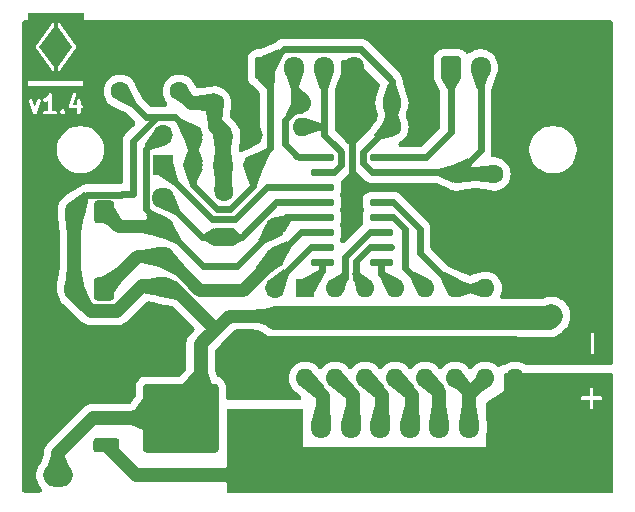
<source format=gtl>
G04 #@! TF.GenerationSoftware,KiCad,Pcbnew,8.0.6-8.0.6-0~ubuntu24.04.1*
G04 #@! TF.CreationDate,2024-12-06T14:23:51+02:00*
G04 #@! TF.ProjectId,stripe_board,73747269-7065-45f6-926f-6172642e6b69,rev?*
G04 #@! TF.SameCoordinates,Original*
G04 #@! TF.FileFunction,Copper,L1,Top*
G04 #@! TF.FilePolarity,Positive*
%FSLAX46Y46*%
G04 Gerber Fmt 4.6, Leading zero omitted, Abs format (unit mm)*
G04 Created by KiCad (PCBNEW 8.0.6-8.0.6-0~ubuntu24.04.1) date 2024-12-06 14:23:51*
%MOMM*%
%LPD*%
G01*
G04 APERTURE LIST*
%ADD10C,0.300000*%
%ADD11C,0.250000*%
G04 #@! TA.AperFunction,ComponentPad*
%ADD12C,1.600000*%
G04 #@! TD*
G04 #@! TA.AperFunction,ComponentPad*
%ADD13R,1.700000X1.700000*%
G04 #@! TD*
G04 #@! TA.AperFunction,ComponentPad*
%ADD14O,1.700000X1.700000*%
G04 #@! TD*
G04 #@! TA.AperFunction,ComponentPad*
%ADD15O,1.700000X1.950000*%
G04 #@! TD*
G04 #@! TA.AperFunction,ComponentPad*
%ADD16R,1.600000X1.600000*%
G04 #@! TD*
G04 #@! TA.AperFunction,ComponentPad*
%ADD17O,1.600000X1.600000*%
G04 #@! TD*
G04 #@! TA.AperFunction,ComponentPad*
%ADD18O,2.500000X2.000000*%
G04 #@! TD*
G04 #@! TA.AperFunction,ComponentPad*
%ADD19O,1.950000X1.700000*%
G04 #@! TD*
G04 #@! TA.AperFunction,Conductor*
%ADD20C,1.200000*%
G04 #@! TD*
G04 #@! TA.AperFunction,Conductor*
%ADD21C,0.600000*%
G04 #@! TD*
G04 #@! TA.AperFunction,Conductor*
%ADD22C,2.000000*%
G04 #@! TD*
G04 #@! TA.AperFunction,Conductor*
%ADD23C,1.100000*%
G04 #@! TD*
G04 APERTURE END LIST*
D10*
G36*
X49652842Y12535724D02*
G01*
X48908398Y12535724D01*
X48908398Y14428874D01*
X49130620Y14428874D01*
X49130620Y12905064D01*
X49133502Y12875800D01*
X49155900Y12821728D01*
X49197284Y12780344D01*
X49251356Y12757946D01*
X49309884Y12757946D01*
X49363956Y12780344D01*
X49405340Y12821728D01*
X49427738Y12875800D01*
X49430620Y12905064D01*
X49430620Y14428874D01*
X49427738Y14458138D01*
X49405340Y14512210D01*
X49363956Y14553594D01*
X49309884Y14575992D01*
X49251356Y14575992D01*
X49197284Y14553594D01*
X49155900Y14512210D01*
X49133502Y14458138D01*
X49130620Y14428874D01*
X48908398Y14428874D01*
X48908398Y14798214D01*
X49652842Y14798214D01*
X49652842Y12535724D01*
G37*
G36*
X50344595Y7872527D02*
G01*
X48082105Y7872527D01*
X48082105Y9033036D01*
X48304327Y9033036D01*
X48304327Y8974508D01*
X48326725Y8920436D01*
X48368109Y8879052D01*
X48422181Y8856654D01*
X48451445Y8853772D01*
X49063350Y8853772D01*
X49063350Y8241867D01*
X49066232Y8212603D01*
X49088630Y8158531D01*
X49130014Y8117147D01*
X49184086Y8094749D01*
X49242614Y8094749D01*
X49296686Y8117147D01*
X49338070Y8158531D01*
X49360468Y8212603D01*
X49363350Y8241867D01*
X49363350Y8853772D01*
X49975255Y8853772D01*
X50004519Y8856654D01*
X50058591Y8879052D01*
X50099975Y8920436D01*
X50122373Y8974508D01*
X50122373Y9033036D01*
X50099975Y9087108D01*
X50058591Y9128492D01*
X50004519Y9150890D01*
X49975255Y9153772D01*
X49363350Y9153772D01*
X49363350Y9765677D01*
X49360468Y9794941D01*
X49338070Y9849013D01*
X49296686Y9890397D01*
X49242614Y9912795D01*
X49184086Y9912795D01*
X49130014Y9890397D01*
X49088630Y9849013D01*
X49066232Y9794941D01*
X49063350Y9765677D01*
X49063350Y9153772D01*
X48451445Y9153772D01*
X48422181Y9150890D01*
X48368109Y9128492D01*
X48326725Y9087108D01*
X48304327Y9033036D01*
X48082105Y9033036D01*
X48082105Y10135017D01*
X50344595Y10135017D01*
X50344595Y7872527D01*
G37*
G36*
X6314039Y32864010D02*
G01*
X1399483Y32864010D01*
X1399483Y34158755D01*
X1566150Y34158755D01*
X1573279Y34130227D01*
X1930422Y33130227D01*
X1942978Y33103637D01*
X1948031Y33098054D01*
X1951254Y33091252D01*
X1967526Y33076520D01*
X1982258Y33060248D01*
X1989060Y33057025D01*
X1994643Y33051972D01*
X2015317Y33044588D01*
X2035150Y33035194D01*
X2042668Y33034820D01*
X2049761Y33032287D01*
X2071683Y33033377D01*
X2093605Y33032287D01*
X2100697Y33034820D01*
X2108216Y33035194D01*
X2128048Y33044588D01*
X2148723Y33051972D01*
X2154305Y33057025D01*
X2161108Y33060248D01*
X2175839Y33076520D01*
X2192112Y33091252D01*
X2195334Y33098054D01*
X2200388Y33103637D01*
X2212944Y33130227D01*
X2570087Y34130226D01*
X2577216Y34158755D01*
X2574309Y34217210D01*
X2549255Y34270102D01*
X2548409Y34270868D01*
X2780004Y34270868D01*
X2784152Y34212488D01*
X2810327Y34160139D01*
X2854542Y34121792D01*
X2910064Y34103284D01*
X2968444Y34107432D01*
X2995908Y34117942D01*
X3138765Y34189370D01*
X3151358Y34197297D01*
X3155018Y34198813D01*
X3159137Y34202194D01*
X3163651Y34205035D01*
X3166247Y34208028D01*
X3177749Y34217468D01*
X3207397Y34247116D01*
X3207397Y33330677D01*
X2928826Y33330677D01*
X2899562Y33327795D01*
X2845490Y33305397D01*
X2804106Y33264013D01*
X2781708Y33209941D01*
X2781708Y33151413D01*
X2804106Y33097341D01*
X2845490Y33055957D01*
X2899562Y33033559D01*
X2928826Y33030677D01*
X3785969Y33030677D01*
X3815233Y33033559D01*
X3869305Y33055957D01*
X3910689Y33097341D01*
X3933087Y33151413D01*
X3933087Y33209941D01*
X3910689Y33264013D01*
X3893333Y33281369D01*
X4210279Y33281369D01*
X4210279Y33222843D01*
X4232676Y33168771D01*
X4232680Y33168766D01*
X4251330Y33146041D01*
X4322758Y33074612D01*
X4345489Y33055957D01*
X4345490Y33055956D01*
X4377164Y33042836D01*
X4399561Y33033559D01*
X4399562Y33033559D01*
X4458087Y33033559D01*
X4458088Y33033559D01*
X4458089Y33033559D01*
X4480486Y33042836D01*
X4512160Y33055956D01*
X4534891Y33074611D01*
X4606320Y33146040D01*
X4624975Y33168771D01*
X4647372Y33222843D01*
X4647372Y33281369D01*
X4624975Y33335441D01*
X4624974Y33335442D01*
X4606319Y33358173D01*
X4534890Y33429601D01*
X4512164Y33448250D01*
X4512160Y33448255D01*
X4496323Y33454814D01*
X4458089Y33470652D01*
X4399561Y33470652D01*
X4367886Y33457531D01*
X4345489Y33448255D01*
X4322759Y33429600D01*
X4251331Y33358172D01*
X4232676Y33335441D01*
X4230703Y33330677D01*
X4212505Y33286742D01*
X4210279Y33281369D01*
X3893333Y33281369D01*
X3869305Y33305397D01*
X3815233Y33327795D01*
X3785969Y33330677D01*
X3507397Y33330677D01*
X3507397Y33699438D01*
X4922861Y33699438D01*
X4924565Y33675460D01*
X4924565Y33651413D01*
X4926627Y33646432D01*
X4927010Y33641057D01*
X4937762Y33619552D01*
X4946963Y33597341D01*
X4950773Y33593530D01*
X4953184Y33588710D01*
X4971345Y33572958D01*
X4988347Y33555957D01*
X4993326Y33553894D01*
X4997398Y33550363D01*
X5020204Y33542760D01*
X5042419Y33533559D01*
X5050070Y33532805D01*
X5052922Y33531855D01*
X5056871Y33532135D01*
X5071683Y33530677D01*
X5635969Y33530677D01*
X5635969Y33180677D01*
X5638851Y33151413D01*
X5661249Y33097341D01*
X5702633Y33055957D01*
X5756705Y33033559D01*
X5815233Y33033559D01*
X5869305Y33055957D01*
X5910689Y33097341D01*
X5933087Y33151413D01*
X5935969Y33180677D01*
X5935969Y33530677D01*
X6000254Y33530677D01*
X6029518Y33533559D01*
X6083590Y33555957D01*
X6124974Y33597341D01*
X6147372Y33651413D01*
X6147372Y33709941D01*
X6124974Y33764013D01*
X6083590Y33805397D01*
X6029518Y33827795D01*
X6000254Y33830677D01*
X5935969Y33830677D01*
X5935969Y34180677D01*
X5933087Y34209941D01*
X5910689Y34264013D01*
X5869305Y34305397D01*
X5815233Y34327795D01*
X5756705Y34327795D01*
X5702633Y34305397D01*
X5661249Y34264013D01*
X5638851Y34209941D01*
X5635969Y34180677D01*
X5635969Y33830677D01*
X5279796Y33830677D01*
X5571128Y34704672D01*
X5577648Y34733345D01*
X5573499Y34791725D01*
X5547325Y34844072D01*
X5503111Y34882420D01*
X5447586Y34900928D01*
X5389206Y34896779D01*
X5336859Y34870605D01*
X5298512Y34826391D01*
X5286523Y34799540D01*
X4929381Y33728111D01*
X4926082Y33713603D01*
X4924565Y33709941D01*
X4924565Y33706931D01*
X4922861Y33699438D01*
X3507397Y33699438D01*
X3507397Y34680677D01*
X3507386Y34680782D01*
X3507397Y34680835D01*
X3507366Y34680988D01*
X3504515Y34709941D01*
X3498831Y34723661D01*
X3495919Y34738224D01*
X3487740Y34750436D01*
X3482117Y34764013D01*
X3471618Y34774511D01*
X3463353Y34786854D01*
X3451122Y34795008D01*
X3440733Y34805397D01*
X3427014Y34811079D01*
X3414654Y34819320D01*
X3400235Y34822172D01*
X3386661Y34827795D01*
X3371810Y34827795D01*
X3357240Y34830677D01*
X3342830Y34827795D01*
X3328133Y34827795D01*
X3314411Y34822111D01*
X3299850Y34819199D01*
X3287637Y34811020D01*
X3274061Y34805397D01*
X3263562Y34794898D01*
X3251220Y34786633D01*
X3232788Y34764124D01*
X3232677Y34764013D01*
X3232656Y34763962D01*
X3232590Y34763882D01*
X3097970Y34561953D01*
X2982828Y34446811D01*
X2861744Y34386270D01*
X2836859Y34370605D01*
X2798512Y34326390D01*
X2780004Y34270868D01*
X2548409Y34270868D01*
X2505866Y34309382D01*
X2450748Y34329067D01*
X2392293Y34326160D01*
X2339401Y34301106D01*
X2300121Y34257717D01*
X2287565Y34231127D01*
X2071683Y33626657D01*
X1855801Y34231127D01*
X1843245Y34257717D01*
X1803965Y34301106D01*
X1751073Y34326160D01*
X1692618Y34329067D01*
X1637500Y34309382D01*
X1594111Y34270102D01*
X1569057Y34217210D01*
X1566150Y34158755D01*
X1399483Y34158755D01*
X1399483Y35067595D01*
X6314039Y35067595D01*
X6314039Y32864010D01*
G37*
D11*
G36*
X6192479Y35846072D02*
G01*
X1479801Y35846072D01*
X1479801Y38804713D01*
X2146468Y38804713D01*
X2146468Y38628859D01*
X3655889Y36512739D01*
X3655889Y37008063D01*
X2429301Y38729975D01*
X3655889Y40451887D01*
X4016391Y40451887D01*
X5242979Y38729975D01*
X4016391Y37008063D01*
X4016391Y36512739D01*
X5525812Y38628859D01*
X5525812Y38804713D01*
X4016391Y40947212D01*
X4016391Y40451887D01*
X3655889Y40451887D01*
X3655889Y40947212D01*
X2146468Y38804713D01*
X1479801Y38804713D01*
X1479801Y41613879D01*
X6192479Y41613879D01*
X6192479Y35846072D01*
G37*
D10*
G36*
X6584545Y34999223D02*
G01*
X1070675Y34999223D01*
X1070675Y35443667D01*
X1515119Y35443667D01*
X3816863Y35443667D01*
X3838357Y35443667D01*
X6140101Y35443667D01*
X6140101Y35818824D01*
X3838357Y35818824D01*
X1515119Y35818824D01*
X1515119Y35443667D01*
X1070675Y35443667D01*
X1070675Y36263268D01*
X6584545Y36263268D01*
X6584545Y34999223D01*
G37*
D12*
G04 #@! TO.P,C1,1*
G04 #@! TO.N,5V*
X9302887Y34981506D03*
G04 #@! TO.P,C1,2*
G04 #@! TO.N,Net-(J20-Pin_5)*
X14302887Y34981506D03*
G04 #@! TD*
D13*
G04 #@! TO.P,J20,1,Pin_1*
G04 #@! TO.N,PWM1*
X12946099Y28713615D03*
D14*
G04 #@! TO.P,J20,2,Pin_2*
G04 #@! TO.N,MOSI*
X12946099Y31253615D03*
G04 #@! TO.P,J20,3,Pin_3*
G04 #@! TO.N,5V*
X15486099Y28713615D03*
G04 #@! TO.P,J20,4,Pin_4*
X15486099Y31253615D03*
G04 #@! TO.P,J20,5,Pin_5*
G04 #@! TO.N,Net-(J20-Pin_5)*
X18026099Y28713615D03*
G04 #@! TO.P,J20,6,Pin_6*
X18026099Y31253615D03*
G04 #@! TO.P,J20,7,Pin_7*
G04 #@! TO.N,5V*
X20566099Y28713615D03*
G04 #@! TO.P,J20,8,Pin_8*
G04 #@! TO.N,GND*
X20566099Y31253615D03*
G04 #@! TD*
G04 #@! TO.P,U1,1,PC1*
G04 #@! TO.N,SDA*
G04 #@! TA.AperFunction,SMDPad,CuDef*
G36*
G01*
X25416689Y29241506D02*
X25416689Y29541506D01*
G75*
G02*
X25566689Y29691506I150000J0D01*
G01*
X27266689Y29691506D01*
G75*
G02*
X27416689Y29541506I0J-150000D01*
G01*
X27416689Y29241506D01*
G75*
G02*
X27266689Y29091506I-150000J0D01*
G01*
X25566689Y29091506D01*
G75*
G02*
X25416689Y29241506I0J150000D01*
G01*
G37*
G04 #@! TD.AperFunction*
G04 #@! TO.P,U1,2,PC2*
G04 #@! TO.N,SCL*
G04 #@! TA.AperFunction,SMDPad,CuDef*
G36*
G01*
X25416689Y27971506D02*
X25416689Y28271506D01*
G75*
G02*
X25566689Y28421506I150000J0D01*
G01*
X27266689Y28421506D01*
G75*
G02*
X27416689Y28271506I0J-150000D01*
G01*
X27416689Y27971506D01*
G75*
G02*
X27266689Y27821506I-150000J0D01*
G01*
X25566689Y27821506D01*
G75*
G02*
X25416689Y27971506I0J150000D01*
G01*
G37*
G04 #@! TD.AperFunction*
G04 #@! TO.P,U1,3,PC3*
G04 #@! TO.N,PWM1*
G04 #@! TA.AperFunction,SMDPad,CuDef*
G36*
G01*
X25416689Y26701506D02*
X25416689Y27001506D01*
G75*
G02*
X25566689Y27151506I150000J0D01*
G01*
X27266689Y27151506D01*
G75*
G02*
X27416689Y27001506I0J-150000D01*
G01*
X27416689Y26701506D01*
G75*
G02*
X27266689Y26551506I-150000J0D01*
G01*
X25566689Y26551506D01*
G75*
G02*
X25416689Y26701506I0J150000D01*
G01*
G37*
G04 #@! TD.AperFunction*
G04 #@! TO.P,U1,4,PC4*
G04 #@! TO.N,PWM2*
G04 #@! TA.AperFunction,SMDPad,CuDef*
G36*
G01*
X25416689Y25431506D02*
X25416689Y25731506D01*
G75*
G02*
X25566689Y25881506I150000J0D01*
G01*
X27266689Y25881506D01*
G75*
G02*
X27416689Y25731506I0J-150000D01*
G01*
X27416689Y25431506D01*
G75*
G02*
X27266689Y25281506I-150000J0D01*
G01*
X25566689Y25281506D01*
G75*
G02*
X25416689Y25431506I0J150000D01*
G01*
G37*
G04 #@! TD.AperFunction*
G04 #@! TO.P,U1,5,PC6*
G04 #@! TO.N,MOSI*
G04 #@! TA.AperFunction,SMDPad,CuDef*
G36*
G01*
X25416689Y24161506D02*
X25416689Y24461506D01*
G75*
G02*
X25566689Y24611506I150000J0D01*
G01*
X27266689Y24611506D01*
G75*
G02*
X27416689Y24461506I0J-150000D01*
G01*
X27416689Y24161506D01*
G75*
G02*
X27266689Y24011506I-150000J0D01*
G01*
X25566689Y24011506D01*
G75*
G02*
X25416689Y24161506I0J150000D01*
G01*
G37*
G04 #@! TD.AperFunction*
G04 #@! TO.P,U1,6,PC7*
G04 #@! TO.N,MISO*
G04 #@! TA.AperFunction,SMDPad,CuDef*
G36*
G01*
X25416689Y22891506D02*
X25416689Y23191506D01*
G75*
G02*
X25566689Y23341506I150000J0D01*
G01*
X27266689Y23341506D01*
G75*
G02*
X27416689Y23191506I0J-150000D01*
G01*
X27416689Y22891506D01*
G75*
G02*
X27266689Y22741506I-150000J0D01*
G01*
X25566689Y22741506D01*
G75*
G02*
X25416689Y22891506I0J150000D01*
G01*
G37*
G04 #@! TD.AperFunction*
G04 #@! TO.P,U1,7,PD1*
G04 #@! TO.N,SWIO*
G04 #@! TA.AperFunction,SMDPad,CuDef*
G36*
G01*
X25416689Y21621506D02*
X25416689Y21921506D01*
G75*
G02*
X25566689Y22071506I150000J0D01*
G01*
X27266689Y22071506D01*
G75*
G02*
X27416689Y21921506I0J-150000D01*
G01*
X27416689Y21621506D01*
G75*
G02*
X27266689Y21471506I-150000J0D01*
G01*
X25566689Y21471506D01*
G75*
G02*
X25416689Y21621506I0J150000D01*
G01*
G37*
G04 #@! TD.AperFunction*
G04 #@! TO.P,U1,8,PD4*
G04 #@! TO.N,/PD4*
G04 #@! TA.AperFunction,SMDPad,CuDef*
G36*
G01*
X25416689Y20351506D02*
X25416689Y20651506D01*
G75*
G02*
X25566689Y20801506I150000J0D01*
G01*
X27266689Y20801506D01*
G75*
G02*
X27416689Y20651506I0J-150000D01*
G01*
X27416689Y20351506D01*
G75*
G02*
X27266689Y20201506I-150000J0D01*
G01*
X25566689Y20201506D01*
G75*
G02*
X25416689Y20351506I0J150000D01*
G01*
G37*
G04 #@! TD.AperFunction*
G04 #@! TO.P,U1,9,PD5*
G04 #@! TO.N,/PD5*
G04 #@! TA.AperFunction,SMDPad,CuDef*
G36*
G01*
X30416689Y20351506D02*
X30416689Y20651506D01*
G75*
G02*
X30566689Y20801506I150000J0D01*
G01*
X32266689Y20801506D01*
G75*
G02*
X32416689Y20651506I0J-150000D01*
G01*
X32416689Y20351506D01*
G75*
G02*
X32266689Y20201506I-150000J0D01*
G01*
X30566689Y20201506D01*
G75*
G02*
X30416689Y20351506I0J150000D01*
G01*
G37*
G04 #@! TD.AperFunction*
G04 #@! TO.P,U1,10,PD6*
G04 #@! TO.N,/PD6*
G04 #@! TA.AperFunction,SMDPad,CuDef*
G36*
G01*
X30416689Y21621506D02*
X30416689Y21921506D01*
G75*
G02*
X30566689Y22071506I150000J0D01*
G01*
X32266689Y22071506D01*
G75*
G02*
X32416689Y21921506I0J-150000D01*
G01*
X32416689Y21621506D01*
G75*
G02*
X32266689Y21471506I-150000J0D01*
G01*
X30566689Y21471506D01*
G75*
G02*
X30416689Y21621506I0J150000D01*
G01*
G37*
G04 #@! TD.AperFunction*
G04 #@! TO.P,U1,11,PD7*
G04 #@! TO.N,/PD7*
G04 #@! TA.AperFunction,SMDPad,CuDef*
G36*
G01*
X30416689Y22891506D02*
X30416689Y23191506D01*
G75*
G02*
X30566689Y23341506I150000J0D01*
G01*
X32266689Y23341506D01*
G75*
G02*
X32416689Y23191506I0J-150000D01*
G01*
X32416689Y22891506D01*
G75*
G02*
X32266689Y22741506I-150000J0D01*
G01*
X30566689Y22741506D01*
G75*
G02*
X30416689Y22891506I0J150000D01*
G01*
G37*
G04 #@! TD.AperFunction*
G04 #@! TO.P,U1,12,PA1*
G04 #@! TO.N,CUR_IN*
G04 #@! TA.AperFunction,SMDPad,CuDef*
G36*
G01*
X30416689Y24161506D02*
X30416689Y24461506D01*
G75*
G02*
X30566689Y24611506I150000J0D01*
G01*
X32266689Y24611506D01*
G75*
G02*
X32416689Y24461506I0J-150000D01*
G01*
X32416689Y24161506D01*
G75*
G02*
X32266689Y24011506I-150000J0D01*
G01*
X30566689Y24011506D01*
G75*
G02*
X30416689Y24161506I0J150000D01*
G01*
G37*
G04 #@! TD.AperFunction*
G04 #@! TO.P,U1,13,PA2*
G04 #@! TO.N,POS_IN*
G04 #@! TA.AperFunction,SMDPad,CuDef*
G36*
G01*
X30416689Y25431506D02*
X30416689Y25731506D01*
G75*
G02*
X30566689Y25881506I150000J0D01*
G01*
X32266689Y25881506D01*
G75*
G02*
X32416689Y25731506I0J-150000D01*
G01*
X32416689Y25431506D01*
G75*
G02*
X32266689Y25281506I-150000J0D01*
G01*
X30566689Y25281506D01*
G75*
G02*
X30416689Y25431506I0J150000D01*
G01*
G37*
G04 #@! TD.AperFunction*
G04 #@! TO.P,U1,14,VSS*
G04 #@! TO.N,GND*
G04 #@! TA.AperFunction,SMDPad,CuDef*
G36*
G01*
X30416689Y26701506D02*
X30416689Y27001506D01*
G75*
G02*
X30566689Y27151506I150000J0D01*
G01*
X32266689Y27151506D01*
G75*
G02*
X32416689Y27001506I0J-150000D01*
G01*
X32416689Y26701506D01*
G75*
G02*
X32266689Y26551506I-150000J0D01*
G01*
X30566689Y26551506D01*
G75*
G02*
X30416689Y26701506I0J150000D01*
G01*
G37*
G04 #@! TD.AperFunction*
G04 #@! TO.P,U1,15,VDD*
G04 #@! TO.N,5V*
G04 #@! TA.AperFunction,SMDPad,CuDef*
G36*
G01*
X30416689Y27971506D02*
X30416689Y28271506D01*
G75*
G02*
X30566689Y28421506I150000J0D01*
G01*
X32266689Y28421506D01*
G75*
G02*
X32416689Y28271506I0J-150000D01*
G01*
X32416689Y27971506D01*
G75*
G02*
X32266689Y27821506I-150000J0D01*
G01*
X30566689Y27821506D01*
G75*
G02*
X30416689Y27971506I0J150000D01*
G01*
G37*
G04 #@! TD.AperFunction*
G04 #@! TO.P,U1,16,PC0*
G04 #@! TO.N,RC_IN*
G04 #@! TA.AperFunction,SMDPad,CuDef*
G36*
G01*
X30416689Y29241506D02*
X30416689Y29541506D01*
G75*
G02*
X30566689Y29691506I150000J0D01*
G01*
X32266689Y29691506D01*
G75*
G02*
X32416689Y29541506I0J-150000D01*
G01*
X32416689Y29241506D01*
G75*
G02*
X32266689Y29091506I-150000J0D01*
G01*
X30566689Y29091506D01*
G75*
G02*
X30416689Y29241506I0J150000D01*
G01*
G37*
G04 #@! TD.AperFunction*
G04 #@! TD*
D12*
G04 #@! TO.P,C4,1*
G04 #@! TO.N,Net-(J20-Pin_5)*
X17302887Y34007722D03*
G04 #@! TO.P,C4,2*
G04 #@! TO.N,GND*
X17302887Y39007722D03*
G04 #@! TD*
D13*
G04 #@! TO.P,J3,1,Pin_1*
G04 #@! TO.N,GND*
X24976315Y13236620D03*
D14*
G04 #@! TO.P,J3,2,Pin_2*
G04 #@! TO.N,5V*
X24976315Y15776620D03*
G04 #@! TO.P,J3,3,Pin_3*
G04 #@! TO.N,GND*
X27516315Y13236620D03*
G04 #@! TO.P,J3,4,Pin_4*
G04 #@! TO.N,5V*
X27516315Y15776620D03*
G04 #@! TO.P,J3,5,Pin_5*
G04 #@! TO.N,GND*
X30056315Y13236620D03*
G04 #@! TO.P,J3,6,Pin_6*
G04 #@! TO.N,5V*
X30056315Y15776620D03*
G04 #@! TO.P,J3,7,Pin_7*
G04 #@! TO.N,GND*
X32596315Y13236620D03*
G04 #@! TO.P,J3,8,Pin_8*
G04 #@! TO.N,5V*
X32596315Y15776620D03*
G04 #@! TO.P,J3,9,Pin_9*
G04 #@! TO.N,GND*
X35136315Y13236620D03*
G04 #@! TO.P,J3,10,Pin_10*
G04 #@! TO.N,5V*
X35136315Y15776620D03*
G04 #@! TO.P,J3,11,Pin_11*
G04 #@! TO.N,GND*
X37676315Y13236620D03*
G04 #@! TO.P,J3,12,Pin_12*
G04 #@! TO.N,5V*
X37676315Y15776620D03*
G04 #@! TO.P,J3,13,Pin_13*
G04 #@! TO.N,GND*
X40216315Y13236620D03*
G04 #@! TO.P,J3,14,Pin_14*
G04 #@! TO.N,5V*
X40216315Y15776620D03*
G04 #@! TO.P,J3,15,Pin_15*
G04 #@! TO.N,GND*
X42756315Y13236620D03*
G04 #@! TO.P,J3,16,Pin_16*
G04 #@! TO.N,5V*
X42756315Y15776620D03*
G04 #@! TD*
D12*
G04 #@! TO.P,C1,1*
G04 #@! TO.N,GND*
X46302887Y12981506D03*
G04 #@! TO.P,C1,2*
G04 #@! TO.N,IN*
X46302887Y7981506D03*
G04 #@! TD*
G04 #@! TO.P,U2,1,GND*
G04 #@! TO.N,GND*
G04 #@! TA.AperFunction,SMDPad,CuDef*
G36*
G01*
X7025689Y9231506D02*
X7025689Y9931506D01*
G75*
G02*
X7275689Y10181506I250000J0D01*
G01*
X8975689Y10181506D01*
G75*
G02*
X9225689Y9931506I0J-250000D01*
G01*
X9225689Y9231506D01*
G75*
G02*
X8975689Y8981506I-250000J0D01*
G01*
X7275689Y8981506D01*
G75*
G02*
X7025689Y9231506I0J250000D01*
G01*
G37*
G04 #@! TD.AperFunction*
G04 #@! TO.P,U2,2,VO*
G04 #@! TO.N,5V*
G04 #@! TA.AperFunction,SMDPad,CuDef*
G36*
G01*
X7025689Y6951506D02*
X7025689Y7651506D01*
G75*
G02*
X7275689Y7901506I250000J0D01*
G01*
X8975689Y7901506D01*
G75*
G02*
X9225689Y7651506I0J-250000D01*
G01*
X9225689Y6951506D01*
G75*
G02*
X8975689Y6701506I-250000J0D01*
G01*
X7275689Y6701506D01*
G75*
G02*
X7025689Y6951506I0J250000D01*
G01*
G37*
G04 #@! TD.AperFunction*
G04 #@! TA.AperFunction,SMDPad,CuDef*
G36*
G01*
X11225689Y7701506D02*
X11225689Y9951506D01*
G75*
G02*
X11475689Y10201506I250000J0D01*
G01*
X14025689Y10201506D01*
G75*
G02*
X14275689Y9951506I0J-250000D01*
G01*
X14275689Y7701506D01*
G75*
G02*
X14025689Y7451506I-250000J0D01*
G01*
X11475689Y7451506D01*
G75*
G02*
X11225689Y7701506I0J250000D01*
G01*
G37*
G04 #@! TD.AperFunction*
G04 #@! TA.AperFunction,SMDPad,CuDef*
G36*
G01*
X11225689Y4651506D02*
X11225689Y6901506D01*
G75*
G02*
X11475689Y7151506I250000J0D01*
G01*
X14025689Y7151506D01*
G75*
G02*
X14275689Y6901506I0J-250000D01*
G01*
X14275689Y4651506D01*
G75*
G02*
X14025689Y4401506I-250000J0D01*
G01*
X11475689Y4401506D01*
G75*
G02*
X11225689Y4651506I0J250000D01*
G01*
G37*
G04 #@! TD.AperFunction*
G04 #@! TA.AperFunction,SMDPad,CuDef*
G36*
G01*
X11225689Y4651503D02*
X11225689Y9951509D01*
G75*
G02*
X11475686Y10201506I249997J0D01*
G01*
X17375692Y10201506D01*
G75*
G02*
X17625689Y9951509I0J-249997D01*
G01*
X17625689Y4651503D01*
G75*
G02*
X17375692Y4401506I-249997J0D01*
G01*
X11475686Y4401506D01*
G75*
G02*
X11225689Y4651503I0J249997D01*
G01*
G37*
G04 #@! TD.AperFunction*
G04 #@! TA.AperFunction,SMDPad,CuDef*
G36*
G01*
X14575689Y7701506D02*
X14575689Y9951506D01*
G75*
G02*
X14825689Y10201506I250000J0D01*
G01*
X17375689Y10201506D01*
G75*
G02*
X17625689Y9951506I0J-250000D01*
G01*
X17625689Y7701506D01*
G75*
G02*
X17375689Y7451506I-250000J0D01*
G01*
X14825689Y7451506D01*
G75*
G02*
X14575689Y7701506I0J250000D01*
G01*
G37*
G04 #@! TD.AperFunction*
G04 #@! TA.AperFunction,SMDPad,CuDef*
G36*
G01*
X14575689Y4651506D02*
X14575689Y6901506D01*
G75*
G02*
X14825689Y7151506I250000J0D01*
G01*
X17375689Y7151506D01*
G75*
G02*
X17625689Y6901506I0J-250000D01*
G01*
X17625689Y4651506D01*
G75*
G02*
X17375689Y4401506I-250000J0D01*
G01*
X14825689Y4401506D01*
G75*
G02*
X14575689Y4651506I0J250000D01*
G01*
G37*
G04 #@! TD.AperFunction*
G04 #@! TO.P,U2,3,VI*
G04 #@! TO.N,IN*
G04 #@! TA.AperFunction,SMDPad,CuDef*
G36*
G01*
X7025689Y4671506D02*
X7025689Y5371506D01*
G75*
G02*
X7275689Y5621506I250000J0D01*
G01*
X8975689Y5621506D01*
G75*
G02*
X9225689Y5371506I0J-250000D01*
G01*
X9225689Y4671506D01*
G75*
G02*
X8975689Y4421506I-250000J0D01*
G01*
X7275689Y4421506D01*
G75*
G02*
X7025689Y4671506I0J250000D01*
G01*
G37*
G04 #@! TD.AperFunction*
G04 #@! TD*
G04 #@! TO.P,C5,1*
G04 #@! TO.N,GND*
X45802887Y18481506D03*
G04 #@! TO.P,C5,2*
G04 #@! TO.N,5V*
X45802887Y15981506D03*
G04 #@! TD*
G04 #@! TO.P,J2,1,Pin_1*
G04 #@! TO.N,RC_IN*
G04 #@! TA.AperFunction,ComponentPad*
G36*
G01*
X36452887Y36256506D02*
X36452887Y37706506D01*
G75*
G02*
X36702887Y37956506I250000J0D01*
G01*
X37902887Y37956506D01*
G75*
G02*
X38152887Y37706506I0J-250000D01*
G01*
X38152887Y36256506D01*
G75*
G02*
X37902887Y36006506I-250000J0D01*
G01*
X36702887Y36006506D01*
G75*
G02*
X36452887Y36256506I0J250000D01*
G01*
G37*
G04 #@! TD.AperFunction*
D15*
G04 #@! TO.P,J2,2,Pin_2*
G04 #@! TO.N,5V*
X39802887Y36981506D03*
G04 #@! TO.P,J2,3,Pin_3*
G04 #@! TO.N,GND*
X42302887Y36981506D03*
G04 #@! TD*
D16*
G04 #@! TO.P,U3,1,I1*
G04 #@! TO.N,/PD4*
X24976315Y18311620D03*
D17*
G04 #@! TO.P,U3,2,I2*
G04 #@! TO.N,/PD7*
X27516315Y18311620D03*
G04 #@! TO.P,U3,3,I3*
G04 #@! TO.N,/PD6*
X30056315Y18311620D03*
G04 #@! TO.P,U3,4,I4*
G04 #@! TO.N,/PD5*
X32596315Y18311620D03*
G04 #@! TO.P,U3,5,I5*
G04 #@! TO.N,CUR_IN*
X35136315Y18311620D03*
G04 #@! TO.P,U3,6,I6*
G04 #@! TO.N,POS_IN*
X37676315Y18311620D03*
G04 #@! TO.P,U3,7,I7*
X40216315Y18311620D03*
G04 #@! TO.P,U3,8,GND*
G04 #@! TO.N,GND*
X42756315Y18311620D03*
G04 #@! TO.P,U3,9,COM*
G04 #@! TO.N,IN*
X42756315Y10691620D03*
G04 #@! TO.P,U3,10,O7*
G04 #@! TO.N,Net-(J1-Pin_7)*
X40216315Y10691620D03*
G04 #@! TO.P,U3,11,O6*
X37676315Y10691620D03*
G04 #@! TO.P,U3,12,O5*
G04 #@! TO.N,Net-(J1-Pin_6)*
X35136315Y10691620D03*
G04 #@! TO.P,U3,13,O4*
G04 #@! TO.N,Net-(J1-Pin_5)*
X32596315Y10691620D03*
G04 #@! TO.P,U3,14,O3*
G04 #@! TO.N,Net-(J1-Pin_4)*
X30056315Y10691620D03*
G04 #@! TO.P,U3,15,O2*
G04 #@! TO.N,Net-(J1-Pin_3)*
X27516315Y10691620D03*
G04 #@! TO.P,U3,16,O1*
G04 #@! TO.N,Net-(J1-Pin_2)*
X24976315Y10691620D03*
G04 #@! TD*
D12*
G04 #@! TO.P,R1,1*
G04 #@! TO.N,5V*
X32302887Y31981506D03*
D17*
G04 #@! TO.P,R1,2*
G04 #@! TO.N,SCL*
X24682887Y31981506D03*
G04 #@! TD*
G04 #@! TO.P,I2C_1,1,Pin_1*
G04 #@! TO.N,5V*
G04 #@! TA.AperFunction,ComponentPad*
G36*
G01*
X20702887Y36231506D02*
X20702887Y37681506D01*
G75*
G02*
X20952887Y37931506I250000J0D01*
G01*
X22152887Y37931506D01*
G75*
G02*
X22402887Y37681506I0J-250000D01*
G01*
X22402887Y36231506D01*
G75*
G02*
X22152887Y35981506I-250000J0D01*
G01*
X20952887Y35981506D01*
G75*
G02*
X20702887Y36231506I0J250000D01*
G01*
G37*
G04 #@! TD.AperFunction*
D15*
G04 #@! TO.P,I2C_1,2,Pin_2*
G04 #@! TO.N,SDA*
X24052887Y36956506D03*
G04 #@! TO.P,I2C_1,3,Pin_3*
G04 #@! TO.N,SCL*
X26552887Y36956506D03*
G04 #@! TO.P,I2C_1,4,Pin_4*
G04 #@! TO.N,GND*
X29052887Y36956506D03*
G04 #@! TD*
G04 #@! TO.P,Srv1,1,Pin_1*
G04 #@! TO.N,MOSI*
G04 #@! TA.AperFunction,ComponentPad*
G36*
G01*
X8791689Y25496506D02*
X8791689Y24046506D01*
G75*
G02*
X8541689Y23796506I-250000J0D01*
G01*
X7341689Y23796506D01*
G75*
G02*
X7091689Y24046506I0J250000D01*
G01*
X7091689Y25496506D01*
G75*
G02*
X7341689Y25746506I250000J0D01*
G01*
X8541689Y25746506D01*
G75*
G02*
X8791689Y25496506I0J-250000D01*
G01*
G37*
G04 #@! TD.AperFunction*
G04 #@! TO.P,Srv1,2,Pin_2*
G04 #@! TO.N,5V*
X5441689Y24771506D03*
G04 #@! TO.P,Srv1,3,Pin_3*
G04 #@! TO.N,GND*
X2941689Y24771506D03*
G04 #@! TD*
D12*
G04 #@! TO.P,C2,1*
G04 #@! TO.N,GND*
X37802887Y22981506D03*
G04 #@! TO.P,C2,2*
G04 #@! TO.N,5V*
X37802887Y27981506D03*
G04 #@! TD*
D13*
G04 #@! TO.P,J5,1,Pin_1*
G04 #@! TO.N,GND*
X22416689Y13271506D03*
D14*
G04 #@! TO.P,J5,2,Pin_2*
G04 #@! TO.N,5V*
X22416689Y15811506D03*
G04 #@! TO.P,J5,3,Pin_3*
G04 #@! TO.N,SWIO*
X22416689Y18351506D03*
G04 #@! TO.P,J5,4,Pin_4*
G04 #@! TO.N,MISO*
X22416689Y20891506D03*
G04 #@! TO.P,J5,5,Pin_5*
G04 #@! TO.N,MOSI*
X22416689Y23431506D03*
G04 #@! TD*
D18*
G04 #@! TO.P,Mini360,1,IN-*
G04 #@! TO.N,GND*
X19285689Y11621506D03*
G04 #@! TO.P,Mini360,2,IN+*
G04 #@! TO.N,IN*
X19285689Y2481506D03*
G04 #@! TO.P,Mini360,3,OUT-*
G04 #@! TO.N,GND*
X4045689Y11621506D03*
G04 #@! TO.P,Mini360,4,OUT+*
G04 #@! TO.N,5V*
X4045689Y2481506D03*
G04 #@! TD*
D12*
G04 #@! TO.P,R2,1*
G04 #@! TO.N,5V*
X32302887Y33981506D03*
D17*
G04 #@! TO.P,R2,2*
G04 #@! TO.N,SDA*
X24682887Y33981506D03*
G04 #@! TD*
G04 #@! TO.P,Srv3,1,Pin_1*
G04 #@! TO.N,MISO*
G04 #@! TA.AperFunction,ComponentPad*
G36*
G01*
X8766689Y18971506D02*
X8766689Y17521506D01*
G75*
G02*
X8516689Y17271506I-250000J0D01*
G01*
X7316689Y17271506D01*
G75*
G02*
X7066689Y17521506I0J250000D01*
G01*
X7066689Y18971506D01*
G75*
G02*
X7316689Y19221506I250000J0D01*
G01*
X8516689Y19221506D01*
G75*
G02*
X8766689Y18971506I0J-250000D01*
G01*
G37*
G04 #@! TD.AperFunction*
D15*
G04 #@! TO.P,Srv3,2,Pin_2*
G04 #@! TO.N,5V*
X5416689Y18246506D03*
G04 #@! TO.P,Srv3,3,Pin_3*
G04 #@! TO.N,GND*
X2916689Y18246506D03*
G04 #@! TD*
D12*
G04 #@! TO.P,C3,1*
G04 #@! TO.N,GND*
X40952887Y22981506D03*
G04 #@! TO.P,C3,2*
G04 #@! TO.N,5V*
X40952887Y27981506D03*
G04 #@! TD*
G04 #@! TO.P,J4,1,Pin_1*
G04 #@! TO.N,GND*
G04 #@! TA.AperFunction,ComponentPad*
G36*
G01*
X13641689Y15096506D02*
X12191689Y15096506D01*
G75*
G02*
X11941689Y15346506I0J250000D01*
G01*
X11941689Y16546506D01*
G75*
G02*
X12191689Y16796506I250000J0D01*
G01*
X13641689Y16796506D01*
G75*
G02*
X13891689Y16546506I0J-250000D01*
G01*
X13891689Y15346506D01*
G75*
G02*
X13641689Y15096506I-250000J0D01*
G01*
G37*
G04 #@! TD.AperFunction*
D19*
G04 #@! TO.P,J4,2,Pin_2*
G04 #@! TO.N,5V*
X12916689Y18446506D03*
G04 #@! TO.P,J4,3,Pin_3*
G04 #@! TO.N,MISO*
X12916689Y20946506D03*
G04 #@! TO.P,J4,4,Pin_4*
G04 #@! TO.N,MOSI*
X12916689Y23446506D03*
G04 #@! TO.P,J4,5,Pin_5*
G04 #@! TO.N,PWM2*
X12916689Y25946506D03*
G04 #@! TD*
D16*
G04 #@! TO.P,R3,1*
G04 #@! TO.N,PWM2*
X18048838Y22648932D03*
D12*
G04 #@! TO.P,R3,2*
G04 #@! TO.N,Net-(J20-Pin_5)*
X18048838Y26448932D03*
G04 #@! TD*
G04 #@! TO.P,J1,1,Pin_1*
G04 #@! TO.N,IN*
G04 #@! TA.AperFunction,ComponentPad*
G36*
G01*
X22952887Y5873228D02*
X22952887Y7323228D01*
G75*
G02*
X23202887Y7573228I250000J0D01*
G01*
X24402887Y7573228D01*
G75*
G02*
X24652887Y7323228I0J-250000D01*
G01*
X24652887Y5873228D01*
G75*
G02*
X24402887Y5623228I-250000J0D01*
G01*
X23202887Y5623228D01*
G75*
G02*
X22952887Y5873228I0J250000D01*
G01*
G37*
G04 #@! TD.AperFunction*
D15*
G04 #@! TO.P,J1,2,Pin_2*
G04 #@! TO.N,Net-(J1-Pin_2)*
X26302887Y6598228D03*
G04 #@! TO.P,J1,3,Pin_3*
G04 #@! TO.N,Net-(J1-Pin_3)*
X28802887Y6598228D03*
G04 #@! TO.P,J1,4,Pin_4*
G04 #@! TO.N,Net-(J1-Pin_4)*
X31302887Y6598228D03*
G04 #@! TO.P,J1,5,Pin_5*
G04 #@! TO.N,Net-(J1-Pin_5)*
X33802887Y6598228D03*
G04 #@! TO.P,J1,6,Pin_6*
G04 #@! TO.N,Net-(J1-Pin_6)*
X36302887Y6598228D03*
G04 #@! TO.P,J1,7,Pin_7*
G04 #@! TO.N,Net-(J1-Pin_7)*
X38802887Y6598228D03*
G04 #@! TD*
D20*
G04 #@! TO.N,5V*
X5416689Y18246506D02*
X5416689Y24746506D01*
D21*
X18628737Y25048932D02*
X17468939Y25048932D01*
X29816689Y28926690D02*
X29816689Y29481506D01*
X29816689Y29481506D02*
X29816689Y29856322D01*
D22*
X45598001Y15776620D02*
X45802887Y15981506D01*
D20*
X8125689Y7301506D02*
X11225689Y7301506D01*
D21*
X15486099Y27031772D02*
X15486099Y28713615D01*
D23*
X13701689Y18486506D02*
X12916689Y18486506D01*
D21*
X29653497Y38531506D02*
X32302887Y35882116D01*
X9441689Y26271506D02*
X9391689Y26221506D01*
D20*
X16770962Y14231347D02*
X16100689Y13561074D01*
D23*
X17363905Y14824290D02*
X13701689Y18486506D01*
X13166689Y18486506D02*
X11666689Y18486506D01*
D21*
X10915034Y31273161D02*
X10416689Y30774816D01*
D22*
X22451575Y15776620D02*
X22416689Y15811506D01*
D20*
X8125689Y7301506D02*
X7025689Y7301506D01*
X8999963Y16371506D02*
X11114963Y18486506D01*
X11114963Y18486506D02*
X11666689Y18486506D01*
D23*
X11666689Y18486506D02*
X11044251Y18486506D01*
D21*
X10416689Y26271506D02*
X9441689Y26271506D01*
X15486099Y29203005D02*
X15486099Y31253615D01*
X20566099Y26986294D02*
X18628737Y25048932D01*
D20*
X5376689Y24746506D02*
X5401689Y24771506D01*
D21*
X30621873Y28121506D02*
X29816689Y28926690D01*
D20*
X11225689Y7301506D02*
X12750689Y8826506D01*
X5416689Y17788232D02*
X6833415Y16371506D01*
D23*
X17363905Y14824290D02*
X16770962Y14231347D01*
D22*
X42756315Y15776620D02*
X45598001Y15776620D01*
D21*
X10416689Y30774816D02*
X10416689Y26271506D01*
X37662887Y28121506D02*
X37802887Y27981506D01*
D23*
X18511121Y15971506D02*
X22256689Y15971506D01*
D21*
X13968208Y32771506D02*
X15486099Y31253615D01*
X31416689Y28121506D02*
X37662887Y28121506D01*
D20*
X13419962Y9576506D02*
X12430689Y9576506D01*
D21*
X6491689Y26221506D02*
X5401689Y25131506D01*
X5401689Y25131506D02*
X5401689Y24771506D01*
D23*
X17363905Y14824290D02*
X18511121Y15971506D01*
D22*
X42756315Y15776620D02*
X22451575Y15776620D01*
D21*
X23127887Y38531506D02*
X29653497Y38531506D01*
X20566099Y28713615D02*
X22016099Y30163615D01*
X17468939Y25048932D02*
X15486099Y27031772D01*
X31941873Y31981506D02*
X32302887Y31981506D01*
D20*
X7025689Y7301506D02*
X4045689Y4321506D01*
D21*
X39802887Y29981506D02*
X37802887Y27981506D01*
D20*
X5416689Y24746506D02*
X5441689Y24771506D01*
D21*
X10915034Y31273161D02*
X12413380Y32771506D01*
D20*
X4045689Y4321506D02*
X4045689Y2651506D01*
X16100689Y13561074D02*
X16100689Y8826506D01*
D21*
X9391689Y26221506D02*
X6491689Y26221506D01*
X22016099Y30163615D02*
X22016099Y36493294D01*
D23*
X22256689Y15971506D02*
X22416689Y15811506D01*
D21*
X32302887Y35882116D02*
X32302887Y33981506D01*
X11512887Y32771506D02*
X12413380Y32771506D01*
X29816689Y29856322D02*
X30251873Y30291506D01*
X21552887Y36956506D02*
X23127887Y38531506D01*
X31416689Y28121506D02*
X30621873Y28121506D01*
D20*
X6833415Y16371506D02*
X8999963Y16371506D01*
D21*
X39802887Y36981506D02*
X39802887Y29981506D01*
X32302887Y33981506D02*
X32302887Y31981506D01*
X9302887Y34981506D02*
X11512887Y32771506D01*
D20*
X5416689Y18246506D02*
X5416689Y17788232D01*
D21*
X20566099Y28713615D02*
X20566099Y28920916D01*
X22016099Y36493294D02*
X21552887Y36956506D01*
X20566099Y28713615D02*
X20566099Y26986294D01*
X12413380Y32771506D02*
X13968208Y32771506D01*
X29816689Y29856322D02*
X31941873Y31981506D01*
X32302887Y31572520D02*
X31917887Y31957520D01*
D20*
X40952887Y27981506D02*
X37802887Y27981506D01*
G04 #@! TO.N,GND*
X19355689Y11551506D02*
X19285689Y11621506D01*
X22346689Y13341506D02*
X22416689Y13271506D01*
D21*
X28916689Y27867704D02*
X28916689Y36820308D01*
X29932887Y26851506D02*
X31416689Y26851506D01*
X28916689Y27867704D02*
X29932887Y26851506D01*
X28916689Y36820308D02*
X29052887Y36956506D01*
D22*
X20412302Y13236620D02*
X42756315Y13236620D01*
D21*
G04 #@! TO.N,SWIO*
X25416690Y21771506D02*
X22416689Y18771505D01*
X22416689Y18771505D02*
X22416689Y18351506D01*
X26416689Y21771506D02*
X25416690Y21771506D01*
G04 #@! TO.N,SCL*
X28016689Y29856322D02*
X27391505Y30481506D01*
X26552887Y31981506D02*
X26552887Y36956506D01*
X27416688Y28121506D02*
X28016689Y28721507D01*
X24682887Y31981506D02*
X26552887Y31981506D01*
X28016689Y28721507D02*
X28016689Y29481506D01*
X26552887Y31320124D02*
X26552887Y31981506D01*
X28016689Y29481506D02*
X28016689Y29856322D01*
X28016689Y29856322D02*
X26552887Y31320124D01*
X26416689Y28121506D02*
X27416688Y28121506D01*
G04 #@! TO.N,SDA*
X24052887Y33351506D02*
X23282887Y32581506D01*
X24392887Y29391506D02*
X24302887Y29481506D01*
X26416689Y29391506D02*
X24392887Y29391506D01*
X23282887Y32581506D02*
X23282887Y30501506D01*
X24682887Y33981506D02*
X23282887Y32581506D01*
X24052887Y34611506D02*
X24052887Y36956506D01*
X24682887Y33981506D02*
X24052887Y34611506D01*
X24052887Y36956506D02*
X24052887Y33351506D01*
X24302887Y29481506D02*
X24202988Y29481506D01*
X23282887Y30501506D02*
X24302887Y29481506D01*
G04 #@! TO.N,PWM2*
X22516079Y25581506D02*
X19583505Y22648932D01*
X16214263Y22648932D02*
X12916689Y25946506D01*
X26416689Y25581506D02*
X22516079Y25581506D01*
X18048838Y22648932D02*
X16214263Y22648932D01*
X19583505Y22648932D02*
X18048838Y22648932D01*
G04 #@! TO.N,RC_IN*
X31416689Y29391506D02*
X35186671Y29391506D01*
X37302887Y31507722D02*
X37302887Y36981506D01*
X35186671Y29391506D02*
X37302887Y31507722D01*
G04 #@! TO.N,PWM1*
X21704103Y26851506D02*
X19001529Y24148932D01*
X12946099Y28298980D02*
X12946099Y28713615D01*
X26416689Y26851506D02*
X21704103Y26851506D01*
X19001529Y24148932D02*
X17096147Y24148932D01*
X17096147Y24148932D02*
X12946099Y28298980D01*
G04 #@! TO.N,/PD7*
X31416689Y23041506D02*
X30413898Y23041506D01*
X28356316Y20983924D02*
X28356316Y19151621D01*
X30413898Y23041506D02*
X28356316Y20983924D01*
X28356316Y19151621D02*
X27516315Y18311620D01*
G04 #@! TO.N,/PD6*
X29256316Y20611132D02*
X29256316Y19111619D01*
X31416689Y21771506D02*
X30416690Y21771506D01*
X30416690Y21771506D02*
X29256316Y20611132D01*
X29256316Y19111619D02*
X30056315Y18311620D01*
X31416689Y21771506D02*
X32211505Y21771506D01*
G04 #@! TO.N,/PD5*
X31416689Y19491246D02*
X32596315Y18311620D01*
X31416689Y20501506D02*
X31416689Y19491246D01*
G04 #@! TO.N,/PD4*
X26416689Y19751994D02*
X24976315Y18311620D01*
X26416689Y20501506D02*
X26416689Y19751994D01*
G04 #@! TO.N,CUR_IN*
X33416689Y20031246D02*
X35136315Y18311620D01*
X33416689Y23311505D02*
X33416689Y20031246D01*
X32416688Y24311506D02*
X33416689Y23311505D01*
X31416689Y24311506D02*
X32416688Y24311506D01*
G04 #@! TO.N,POS_IN*
X34666689Y21321246D02*
X37676315Y18311620D01*
X34666689Y23334297D02*
X34666689Y21321246D01*
X31416689Y25581506D02*
X32419480Y25581506D01*
X40216315Y18311620D02*
X37676315Y18311620D01*
X32419480Y25581506D02*
X34666689Y23334297D01*
D20*
G04 #@! TO.N,IN*
X8125689Y5021506D02*
X10665689Y2481506D01*
D23*
X22331201Y4981506D02*
X23976315Y6626620D01*
X23976315Y6626620D02*
X23976315Y4822607D01*
D20*
X10665689Y2481506D02*
X19285689Y2481506D01*
D23*
X24477416Y4321506D02*
X46466689Y4321506D01*
X23976315Y4822607D02*
X24477416Y4321506D01*
D21*
G04 #@! TO.N,MISO*
X22416689Y20891506D02*
X24566689Y23041506D01*
D23*
X13141587Y21026506D02*
X12916689Y21026506D01*
X10696689Y21026506D02*
X12916689Y21026506D01*
X22281689Y21026506D02*
X22416689Y20891506D01*
X22416689Y20891506D02*
X19711647Y18186464D01*
X19711647Y18186464D02*
X15981629Y18186464D01*
X15981629Y18186464D02*
X13141587Y21026506D01*
D21*
X24566689Y23041506D02*
X26416689Y23041506D01*
D23*
X7916689Y18246506D02*
X10696689Y21026506D01*
G04 #@! TO.N,MOSI*
X12916689Y23566506D02*
X9146689Y23566506D01*
D21*
X8536689Y24176506D02*
X7941689Y24771506D01*
X12586099Y31253615D02*
X11466689Y30134205D01*
D23*
X9146689Y23566506D02*
X7941689Y24771506D01*
D21*
X19165491Y20180308D02*
X19397896Y20412713D01*
X16302887Y20180308D02*
X19165491Y20180308D01*
X11466689Y25016506D02*
X12916689Y23566506D01*
X22416689Y23431506D02*
X19397896Y20412713D01*
X11466689Y30134205D02*
X11466689Y25016506D01*
D23*
X22281689Y23566506D02*
X22416689Y23431506D01*
D21*
X16302887Y20180308D02*
X12916689Y23566506D01*
X23296689Y24311506D02*
X26416689Y24311506D01*
X22416689Y23431506D02*
X23296689Y24311506D01*
X12946099Y31253615D02*
X12586099Y31253615D01*
D20*
G04 #@! TO.N,Net-(J20-Pin_5)*
X17302887Y34007722D02*
X15276671Y34007722D01*
X18026099Y31253615D02*
X18026099Y29481506D01*
X17302887Y34007722D02*
X17302887Y31976827D01*
X18026099Y29481506D02*
X18026099Y28713615D01*
X18048838Y26448932D02*
X18048838Y29458767D01*
X15276671Y34007722D02*
X14302887Y34981506D01*
X17302887Y31976827D02*
X18026099Y31253615D01*
X18048838Y29458767D02*
X18026099Y29481506D01*
D21*
X17860140Y28547656D02*
X18026099Y28713615D01*
D20*
G04 #@! TO.N,Net-(J1-Pin_2)*
X24976315Y10691620D02*
X26476315Y9191620D01*
X26476315Y9191620D02*
X26476315Y6626620D01*
G04 #@! TO.N,Net-(J1-Pin_4)*
X31476315Y9271620D02*
X31476315Y6626620D01*
X30056315Y10691620D02*
X31476315Y9271620D01*
G04 #@! TO.N,Net-(J1-Pin_5)*
X33976315Y9311620D02*
X33976315Y6626620D01*
X32596315Y10691620D02*
X33976315Y9311620D01*
G04 #@! TO.N,Net-(J1-Pin_3)*
X27516315Y10691620D02*
X28976315Y9231620D01*
X28976315Y9231620D02*
X28976315Y6626620D01*
G04 #@! TO.N,Net-(J1-Pin_6)*
X36302887Y9525048D02*
X36302887Y6598228D01*
X35136315Y10691620D02*
X36302887Y9525048D01*
G04 #@! TO.N,Net-(J1-Pin_7)*
X39089743Y9565048D02*
X38802887Y9565048D01*
X37676315Y10691620D02*
X38802887Y9565048D01*
X40216315Y10691620D02*
X39089743Y9565048D01*
X40352151Y10691620D02*
X40216315Y10691620D01*
X38802887Y9565048D02*
X38802887Y6598228D01*
G04 #@! TD*
G04 #@! TA.AperFunction,Conductor*
G04 #@! TO.N,IN*
G36*
X50943039Y11101821D02*
G01*
X50988794Y11049017D01*
X51000000Y10997506D01*
X51000000Y1124000D01*
X50980315Y1056961D01*
X50927511Y1011206D01*
X50876000Y1000000D01*
X18426887Y1000000D01*
X18359848Y1019685D01*
X18314093Y1072489D01*
X18302887Y1124000D01*
X18302887Y4419361D01*
X18307671Y4453471D01*
X18311695Y4467538D01*
X18316106Y4482952D01*
X18326189Y4596365D01*
X18326188Y7641952D01*
X18326189Y7641967D01*
X18326189Y7997506D01*
X18345874Y8064545D01*
X18398678Y8110300D01*
X18450189Y8121506D01*
X24678887Y8121506D01*
X24745926Y8101821D01*
X24791681Y8049017D01*
X24802887Y7997506D01*
X24802887Y7143864D01*
X24796818Y7105545D01*
X24790565Y7086302D01*
X24752387Y6845254D01*
X24752387Y6351201D01*
X24790566Y6110150D01*
X24796818Y6090909D01*
X24802887Y6052591D01*
X24802887Y4621506D01*
X40302887Y4621506D01*
X40302887Y6052591D01*
X40308956Y6090909D01*
X40315207Y6110150D01*
X40315208Y6110152D01*
X40353387Y6351201D01*
X40353387Y6845255D01*
X40334695Y6963267D01*
X40333231Y6978709D01*
X40332360Y7006010D01*
X40304330Y7188079D01*
X40302887Y7206946D01*
X40302887Y8086867D01*
X48296445Y8086867D01*
X50130255Y8086867D01*
X50130255Y9920677D01*
X48296445Y9920677D01*
X48296445Y8086867D01*
X40302887Y8086867D01*
X40302887Y8555143D01*
X40322572Y8622182D01*
X40358104Y8658317D01*
X41802887Y9621505D01*
X41802887Y10997506D01*
X41822572Y11064545D01*
X41875376Y11110300D01*
X41926887Y11121506D01*
X50876000Y11121506D01*
X50943039Y11101821D01*
G37*
G04 #@! TD.AperFunction*
G04 #@! TD*
G04 #@! TA.AperFunction,Conductor*
G04 #@! TO.N,GND*
G36*
X1987756Y40981046D02*
G01*
X2068538Y40927070D01*
X2122514Y40846288D01*
X2141468Y40751000D01*
X2141468Y36507739D01*
X2141469Y36507739D01*
X5530811Y36507739D01*
X5530812Y36507739D01*
X5530812Y40751000D01*
X5549766Y40846288D01*
X5603742Y40927070D01*
X5684524Y40981046D01*
X5779812Y41000000D01*
X50751000Y41000000D01*
X50846288Y40981046D01*
X50927070Y40927070D01*
X50981046Y40846288D01*
X51000000Y40751000D01*
X51000000Y12076006D01*
X50981046Y11980718D01*
X50927070Y11899936D01*
X50846288Y11845960D01*
X50751000Y11827006D01*
X43661955Y11827006D01*
X43566667Y11845960D01*
X43534004Y11863201D01*
X43533997Y11863189D01*
X43532742Y11863868D01*
X43525771Y11867548D01*
X43524946Y11868085D01*
X43524941Y11868090D01*
X43320818Y11978556D01*
X43101296Y12053918D01*
X42872364Y12092120D01*
X42640266Y12092120D01*
X42411334Y12053918D01*
X42191812Y11978556D01*
X42191804Y11978551D01*
X42191802Y11978551D01*
X42064235Y11909514D01*
X41987689Y11868090D01*
X41987681Y11868084D01*
X41979065Y11862455D01*
X41977822Y11864356D01*
X41905258Y11827944D01*
X41865766Y11820434D01*
X41776916Y11810882D01*
X41725405Y11799676D01*
X41714073Y11797113D01*
X41554395Y11738553D01*
X41554394Y11738552D01*
X41554393Y11738552D01*
X41486078Y11692497D01*
X41396473Y11654948D01*
X41299319Y11654547D01*
X41209407Y11691357D01*
X41176470Y11719430D01*
X41175671Y11718562D01*
X41168108Y11725522D01*
X41168099Y11725533D01*
X40984941Y11868090D01*
X40780818Y11978556D01*
X40561296Y12053918D01*
X40332364Y12092120D01*
X40100266Y12092120D01*
X39871334Y12053918D01*
X39651812Y11978556D01*
X39651804Y11978551D01*
X39651802Y11978551D01*
X39545178Y11920848D01*
X39447689Y11868090D01*
X39447687Y11868088D01*
X39447686Y11868088D01*
X39264535Y11725536D01*
X39264529Y11725531D01*
X39129509Y11578860D01*
X39051028Y11521591D01*
X38956604Y11498716D01*
X38860614Y11513716D01*
X38777671Y11564308D01*
X38763134Y11578844D01*
X38733408Y11611135D01*
X38717734Y11629941D01*
X38716139Y11632059D01*
X38714759Y11633724D01*
X38704637Y11643481D01*
X38701080Y11646910D01*
X38690686Y11657545D01*
X38641014Y11711503D01*
X38628099Y11725533D01*
X38444941Y11868090D01*
X38240818Y11978556D01*
X38021296Y12053918D01*
X37792364Y12092120D01*
X37560266Y12092120D01*
X37331334Y12053918D01*
X37111812Y11978556D01*
X37111804Y11978551D01*
X37111802Y11978551D01*
X37005178Y11920848D01*
X36907689Y11868090D01*
X36907687Y11868088D01*
X36907686Y11868088D01*
X36724535Y11725536D01*
X36724529Y11725531D01*
X36589509Y11578860D01*
X36511028Y11521591D01*
X36416604Y11498716D01*
X36320614Y11513716D01*
X36237671Y11564308D01*
X36223131Y11578847D01*
X36203460Y11600216D01*
X36190103Y11615993D01*
X36188079Y11618597D01*
X36164349Y11647245D01*
X36163397Y11648325D01*
X36139769Y11670425D01*
X36126700Y11683599D01*
X36088099Y11725533D01*
X35904941Y11868090D01*
X35700818Y11978556D01*
X35481296Y12053918D01*
X35252364Y12092120D01*
X35020266Y12092120D01*
X34791334Y12053918D01*
X34571812Y11978556D01*
X34571804Y11978551D01*
X34571802Y11978551D01*
X34465178Y11920848D01*
X34367689Y11868090D01*
X34367687Y11868088D01*
X34367686Y11868088D01*
X34184535Y11725536D01*
X34184529Y11725531D01*
X34049509Y11578860D01*
X33971028Y11521591D01*
X33876604Y11498716D01*
X33780614Y11513716D01*
X33697671Y11564308D01*
X33683131Y11578847D01*
X33663460Y11600216D01*
X33650103Y11615993D01*
X33648079Y11618597D01*
X33624349Y11647245D01*
X33623397Y11648325D01*
X33599769Y11670425D01*
X33586700Y11683599D01*
X33548099Y11725533D01*
X33364941Y11868090D01*
X33160818Y11978556D01*
X32941296Y12053918D01*
X32712364Y12092120D01*
X32480266Y12092120D01*
X32251334Y12053918D01*
X32031812Y11978556D01*
X32031804Y11978551D01*
X32031802Y11978551D01*
X31925178Y11920848D01*
X31827689Y11868090D01*
X31827687Y11868088D01*
X31827686Y11868088D01*
X31644535Y11725536D01*
X31644529Y11725531D01*
X31509509Y11578860D01*
X31431028Y11521591D01*
X31336604Y11498716D01*
X31240614Y11513716D01*
X31157671Y11564308D01*
X31143131Y11578847D01*
X31123460Y11600216D01*
X31110103Y11615993D01*
X31108079Y11618597D01*
X31084349Y11647245D01*
X31083397Y11648325D01*
X31059769Y11670425D01*
X31046700Y11683599D01*
X31008099Y11725533D01*
X30824941Y11868090D01*
X30620818Y11978556D01*
X30401296Y12053918D01*
X30172364Y12092120D01*
X29940266Y12092120D01*
X29711334Y12053918D01*
X29491812Y11978556D01*
X29491804Y11978551D01*
X29491802Y11978551D01*
X29385178Y11920848D01*
X29287689Y11868090D01*
X29287687Y11868088D01*
X29287686Y11868088D01*
X29104535Y11725536D01*
X29104529Y11725531D01*
X28969509Y11578860D01*
X28891028Y11521591D01*
X28796604Y11498716D01*
X28700614Y11513716D01*
X28617671Y11564308D01*
X28603131Y11578847D01*
X28583460Y11600216D01*
X28570103Y11615993D01*
X28568079Y11618597D01*
X28544349Y11647245D01*
X28543397Y11648325D01*
X28519769Y11670425D01*
X28506700Y11683599D01*
X28468099Y11725533D01*
X28284941Y11868090D01*
X28080818Y11978556D01*
X27861296Y12053918D01*
X27632364Y12092120D01*
X27400266Y12092120D01*
X27171334Y12053918D01*
X26951812Y11978556D01*
X26951804Y11978551D01*
X26951802Y11978551D01*
X26845178Y11920848D01*
X26747689Y11868090D01*
X26747687Y11868088D01*
X26747686Y11868088D01*
X26564535Y11725536D01*
X26564529Y11725531D01*
X26429509Y11578860D01*
X26351028Y11521591D01*
X26256604Y11498716D01*
X26160614Y11513716D01*
X26077671Y11564308D01*
X26063131Y11578847D01*
X26043460Y11600216D01*
X26030103Y11615993D01*
X26028079Y11618597D01*
X26004349Y11647245D01*
X26003397Y11648325D01*
X25979769Y11670425D01*
X25966700Y11683599D01*
X25928099Y11725533D01*
X25744941Y11868090D01*
X25540818Y11978556D01*
X25321296Y12053918D01*
X25092364Y12092120D01*
X24860266Y12092120D01*
X24631334Y12053918D01*
X24411812Y11978556D01*
X24411804Y11978551D01*
X24411802Y11978551D01*
X24305178Y11920848D01*
X24207689Y11868090D01*
X24207687Y11868088D01*
X24207686Y11868088D01*
X24024535Y11725536D01*
X24024529Y11725531D01*
X23867337Y11554775D01*
X23867334Y11554771D01*
X23740389Y11360466D01*
X23647157Y11147917D01*
X23647156Y11147913D01*
X23590183Y10922935D01*
X23590181Y10922928D01*
X23571015Y10691620D01*
X23590181Y10460311D01*
X23590183Y10460304D01*
X23647156Y10235326D01*
X23647157Y10235322D01*
X23740389Y10022773D01*
X23867334Y9828468D01*
X23867337Y9828464D01*
X24024529Y9657708D01*
X24024540Y9657698D01*
X24207684Y9515152D01*
X24211514Y9512650D01*
X24228174Y9500758D01*
X24434370Y9340383D01*
X24505827Y9284806D01*
X24521579Y9272555D01*
X24585158Y9199092D01*
X24615785Y9106891D01*
X24608797Y9009988D01*
X24565257Y8923135D01*
X24491794Y8859556D01*
X24399593Y8828929D01*
X24368708Y8827006D01*
X18475189Y8827006D01*
X18379901Y8845960D01*
X18299119Y8899936D01*
X18245143Y8980718D01*
X18226189Y9076006D01*
X18226189Y10025458D01*
X18226187Y10025490D01*
X18223373Y10066990D01*
X18223372Y10066991D01*
X18223372Y10067003D01*
X18178726Y10246529D01*
X18096531Y10412260D01*
X17980630Y10556447D01*
X17836443Y10672348D01*
X17670712Y10754543D01*
X17639993Y10762182D01*
X17552098Y10803571D01*
X17486730Y10875447D01*
X17468899Y10911337D01*
X17318997Y11286092D01*
X17301189Y11378568D01*
X17301189Y12750064D01*
X49125620Y12750064D01*
X49125621Y12750064D01*
X49435619Y12750064D01*
X49435620Y12750064D01*
X49435620Y14583874D01*
X49125620Y14583874D01*
X49125620Y12750064D01*
X17301189Y12750064D01*
X17301189Y12960670D01*
X17320143Y13055958D01*
X17374119Y13136739D01*
X17686649Y13449270D01*
X17686657Y13449279D01*
X17797719Y13602144D01*
X17797727Y13602156D01*
X17809844Y13625938D01*
X17855636Y13688968D01*
X18914744Y14748076D01*
X18995526Y14802052D01*
X19090814Y14821006D01*
X20608373Y14821006D01*
X20678684Y14810872D01*
X20939955Y14733964D01*
X21291221Y14630564D01*
X21377278Y14585474D01*
X21396972Y14567772D01*
X21408913Y14555831D01*
X21612723Y14407754D01*
X21612728Y14407751D01*
X21612730Y14407750D01*
X21739515Y14343150D01*
X21837200Y14293377D01*
X22076793Y14215529D01*
X22076790Y14215529D01*
X22325603Y14176120D01*
X22325613Y14176120D01*
X45723972Y14176120D01*
X45972783Y14215529D01*
X46212375Y14293377D01*
X46212377Y14293378D01*
X46212380Y14293379D01*
X46436846Y14407750D01*
X46640657Y14555827D01*
X46715394Y14630564D01*
X46818795Y14733964D01*
X47023677Y14938847D01*
X47023680Y14938850D01*
X47171758Y15142662D01*
X47286129Y15367128D01*
X47363978Y15606722D01*
X47403387Y15855544D01*
X47403387Y16107468D01*
X47363978Y16356291D01*
X47286129Y16595885D01*
X47171758Y16820351D01*
X47069389Y16961249D01*
X47023688Y17024152D01*
X47023686Y17024155D01*
X47023682Y17024158D01*
X47023680Y17024162D01*
X46845543Y17202299D01*
X46845539Y17202301D01*
X46845536Y17202305D01*
X46845533Y17202307D01*
X46737660Y17280681D01*
X46641732Y17350377D01*
X46417266Y17464748D01*
X46177672Y17542597D01*
X45928849Y17582006D01*
X45676925Y17582006D01*
X45428103Y17542597D01*
X45188509Y17464748D01*
X45156556Y17448467D01*
X45069792Y17404259D01*
X44976285Y17377888D01*
X44956749Y17377120D01*
X41716837Y17377120D01*
X41621549Y17396074D01*
X41540767Y17450050D01*
X41486791Y17530832D01*
X41467837Y17626120D01*
X41486791Y17721408D01*
X41488809Y17726141D01*
X41513243Y17781846D01*
X41545472Y17855320D01*
X41602449Y18080315D01*
X41621615Y18311620D01*
X41602449Y18542925D01*
X41545472Y18767920D01*
X41452239Y18980469D01*
X41325294Y19174773D01*
X41168099Y19345533D01*
X40984941Y19488090D01*
X40780818Y19598556D01*
X40561296Y19673918D01*
X40332364Y19712120D01*
X40100266Y19712120D01*
X39871334Y19673918D01*
X39746657Y19631115D01*
X39714365Y19622405D01*
X39705211Y19620586D01*
X39026332Y19390189D01*
X38930012Y19377515D01*
X38866296Y19390189D01*
X38230131Y19606089D01*
X38200029Y19618557D01*
X37137468Y20142644D01*
X37071549Y20189884D01*
X35640117Y21621317D01*
X35586143Y21702097D01*
X35567189Y21797385D01*
X35567189Y23422987D01*
X35567188Y23422992D01*
X35532583Y23596963D01*
X35464702Y23760844D01*
X35366153Y23908332D01*
X35240724Y24033761D01*
X32993516Y26280970D01*
X32928790Y26324218D01*
X32866717Y26365693D01*
X32846029Y26379518D01*
X32846027Y26379519D01*
X32740764Y26423120D01*
X32682146Y26447401D01*
X32508172Y26482006D01*
X32508171Y26482006D01*
X31327998Y26482006D01*
X31307932Y26482006D01*
X31307920Y26482005D01*
X30516681Y26482005D01*
X30413892Y26471505D01*
X30413889Y26471504D01*
X30413888Y26471504D01*
X30341151Y26447401D01*
X30247355Y26416320D01*
X30098033Y26324218D01*
X29973977Y26200162D01*
X29973975Y26200159D01*
X29881873Y26050837D01*
X29826691Y25884308D01*
X29826690Y25884301D01*
X29816189Y25781517D01*
X29816189Y25381499D01*
X29826690Y25278705D01*
X29881874Y25112171D01*
X29881875Y25112170D01*
X29903431Y25077223D01*
X29937322Y24986171D01*
X29933790Y24889081D01*
X29903431Y24815789D01*
X29881875Y24780841D01*
X29881873Y24780838D01*
X29826691Y24614308D01*
X29826690Y24614301D01*
X29816189Y24511517D01*
X29816189Y24111499D01*
X29826690Y24008706D01*
X29848297Y23943502D01*
X29860277Y23847089D01*
X29834449Y23753430D01*
X29788007Y23689114D01*
X29001927Y22903034D01*
X28322288Y22223395D01*
X28241506Y22169419D01*
X28146218Y22150465D01*
X28050930Y22169419D01*
X27970148Y22223395D01*
X27934291Y22268745D01*
X27929948Y22275786D01*
X27896055Y22366837D01*
X27899587Y22463928D01*
X27929946Y22537222D01*
X27951503Y22572172D01*
X27954929Y22582509D01*
X28006686Y22738703D01*
X28006688Y22738709D01*
X28017189Y22841497D01*
X28017188Y23241514D01*
X28006688Y23344303D01*
X27951503Y23510840D01*
X27929946Y23545788D01*
X27896055Y23636837D01*
X27899586Y23733928D01*
X27929946Y23807222D01*
X27951503Y23842172D01*
X27953133Y23847089D01*
X28006686Y24008703D01*
X28006688Y24008709D01*
X28017189Y24111497D01*
X28017188Y24511514D01*
X28006688Y24614303D01*
X27951503Y24780840D01*
X27929946Y24815788D01*
X27896055Y24906837D01*
X27899586Y25003928D01*
X27929946Y25077223D01*
X27951503Y25112172D01*
X28006688Y25278709D01*
X28017189Y25381497D01*
X28017188Y25781514D01*
X28006688Y25884303D01*
X27951503Y26050840D01*
X27929946Y26085788D01*
X27896055Y26176837D01*
X27899586Y26273928D01*
X27929946Y26347222D01*
X27951503Y26382172D01*
X27973118Y26447400D01*
X28006686Y26548703D01*
X28006688Y26548709D01*
X28017189Y26651497D01*
X28017188Y27051514D01*
X28006688Y27154303D01*
X27984386Y27221604D01*
X27972405Y27318013D01*
X27998230Y27411673D01*
X28044677Y27475995D01*
X28716150Y28147469D01*
X28716153Y28147472D01*
X28735433Y28176326D01*
X28790421Y28258621D01*
X28859121Y28327319D01*
X28948880Y28364498D01*
X29046035Y28364497D01*
X29135795Y28327317D01*
X29173525Y28296352D01*
X30047832Y27422046D01*
X30047843Y27422037D01*
X30048401Y27421665D01*
X30086106Y27390720D01*
X30098033Y27378793D01*
X30247358Y27286690D01*
X30247356Y27286690D01*
X30413886Y27231508D01*
X30413891Y27231507D01*
X30413892Y27231507D01*
X30439589Y27228881D01*
X30516677Y27221006D01*
X30516680Y27221006D01*
X30533180Y27221006D01*
X30533181Y27221006D01*
X30533182Y27221006D01*
X31327998Y27221006D01*
X36033643Y27221006D01*
X36128931Y27202052D01*
X36137220Y27198441D01*
X37228800Y26699123D01*
X37234672Y26696196D01*
X37241170Y26693346D01*
X37245005Y26691846D01*
X37330762Y26661870D01*
X37349317Y26656485D01*
X37457897Y26619210D01*
X37457908Y26619207D01*
X37686838Y26581006D01*
X37918937Y26581006D01*
X38028396Y26599271D01*
X38038494Y26600744D01*
X39347001Y26764307D01*
X39408770Y26764307D01*
X40717273Y26600745D01*
X40727372Y26599272D01*
X40836838Y26581006D01*
X40867059Y26581006D01*
X40890289Y26579920D01*
X40901944Y26578827D01*
X40903357Y26578739D01*
X40903362Y26578739D01*
X40903365Y26578739D01*
X40957563Y26580560D01*
X40966665Y26580866D01*
X40975024Y26581006D01*
X41068936Y26581006D01*
X41297861Y26619206D01*
X41297865Y26619207D01*
X41297868Y26619208D01*
X41517390Y26694570D01*
X41517394Y26694572D01*
X41517399Y26694574D01*
X41721515Y26805037D01*
X41904666Y26947589D01*
X41904672Y26947594D01*
X42061864Y27118350D01*
X42061867Y27118354D01*
X42188812Y27312659D01*
X42217821Y27378794D01*
X42282044Y27525206D01*
X42339021Y27750201D01*
X42358187Y27981506D01*
X42339021Y28212811D01*
X42282044Y28437806D01*
X42188811Y28650355D01*
X42061866Y28844659D01*
X41904671Y29015419D01*
X41721513Y29157976D01*
X41517390Y29268442D01*
X41297868Y29343804D01*
X41068936Y29382006D01*
X40901916Y29382006D01*
X40806628Y29400960D01*
X40725846Y29454936D01*
X40671870Y29535718D01*
X40652916Y29631006D01*
X40667894Y29706326D01*
X40665231Y29707134D01*
X40668780Y29718835D01*
X40668782Y29718840D01*
X40703387Y29892814D01*
X40703387Y30070198D01*
X40703387Y30169734D01*
X43945599Y30169734D01*
X43945599Y29907495D01*
X43979828Y29647502D01*
X44047700Y29394197D01*
X44148052Y29151925D01*
X44148054Y29151921D01*
X44279172Y28924816D01*
X44279181Y28924802D01*
X44438812Y28716769D01*
X44624253Y28531328D01*
X44832286Y28371697D01*
X44832300Y28371688D01*
X45059405Y28240570D01*
X45059409Y28240568D01*
X45301681Y28140216D01*
X45474694Y28093858D01*
X45554983Y28072345D01*
X45554985Y28072344D01*
X45554984Y28072344D01*
X45814979Y28038115D01*
X46077219Y28038115D01*
X46337211Y28072344D01*
X46590516Y28140216D01*
X46832788Y28240568D01*
X46832792Y28240570D01*
X46832794Y28240571D01*
X46832796Y28240572D01*
X47059902Y28371691D01*
X47059903Y28371692D01*
X47059911Y28371697D01*
X47267944Y28531328D01*
X47267945Y28531329D01*
X47267950Y28531333D01*
X47453381Y28716764D01*
X47542550Y28832970D01*
X47613016Y28924802D01*
X47613019Y28924807D01*
X47613023Y28924812D01*
X47744142Y29151918D01*
X47746651Y29157974D01*
X47815349Y29323827D01*
X47844497Y29394196D01*
X47912369Y29647499D01*
X47946599Y29907495D01*
X47946599Y30169735D01*
X47912369Y30429731D01*
X47844497Y30683034D01*
X47744142Y30925312D01*
X47613023Y31152418D01*
X47453381Y31360466D01*
X47267950Y31545897D01*
X47059902Y31705539D01*
X46832796Y31836658D01*
X46590518Y31937013D01*
X46337215Y32004885D01*
X46077219Y32039115D01*
X45814979Y32039115D01*
X45554983Y32004885D01*
X45301680Y31937013D01*
X45059402Y31836658D01*
X44832296Y31705539D01*
X44832291Y31705535D01*
X44832286Y31705532D01*
X44721073Y31620194D01*
X44624248Y31545897D01*
X44438817Y31360466D01*
X44438813Y31360461D01*
X44438812Y31360460D01*
X44279181Y31152427D01*
X44279172Y31152413D01*
X44260125Y31119422D01*
X44151232Y30930812D01*
X44148054Y30925308D01*
X44148052Y30925304D01*
X44047700Y30683032D01*
X43979828Y30429727D01*
X43945599Y30169734D01*
X40703387Y30169734D01*
X40703387Y35012774D01*
X40717483Y35095365D01*
X40954946Y35770753D01*
X41121629Y36244831D01*
X41134671Y36275279D01*
X41147118Y36299707D01*
X41217671Y36516846D01*
X41219596Y36529002D01*
X41225142Y36554968D01*
X41225392Y36555892D01*
X41226010Y36564135D01*
X41228373Y36584425D01*
X41253387Y36742349D01*
X41253387Y37220663D01*
X41217671Y37446166D01*
X41147118Y37663305D01*
X41043466Y37866734D01*
X40909266Y38051443D01*
X40747824Y38212885D01*
X40563115Y38347085D01*
X40359686Y38450737D01*
X40142547Y38521290D01*
X39917044Y38557006D01*
X39688730Y38557006D01*
X39463227Y38521290D01*
X39246088Y38450737D01*
X39151123Y38402350D01*
X39042662Y38347087D01*
X39042661Y38347086D01*
X39042659Y38347085D01*
X38878787Y38228024D01*
X38790556Y38187349D01*
X38693476Y38183535D01*
X38602326Y38217161D01*
X38538357Y38273465D01*
X38507827Y38311446D01*
X38363640Y38427348D01*
X38197911Y38509541D01*
X38197911Y38509542D01*
X38197909Y38509542D01*
X38197908Y38509543D01*
X38018382Y38554189D01*
X38018370Y38554189D01*
X38018369Y38554190D01*
X37995995Y38555707D01*
X37976841Y38557006D01*
X36628933Y38557006D01*
X36628904Y38557004D01*
X36587404Y38554190D01*
X36587402Y38554189D01*
X36587392Y38554189D01*
X36407866Y38509543D01*
X36407862Y38509542D01*
X36407861Y38509541D01*
X36289296Y38450738D01*
X36242134Y38427348D01*
X36097947Y38311446D01*
X36018722Y38212886D01*
X35982046Y38167260D01*
X35982042Y38167254D01*
X35899851Y38001531D01*
X35899850Y38001530D01*
X35855204Y37821999D01*
X35855202Y37821988D01*
X35852388Y37780488D01*
X35852387Y37780456D01*
X35852387Y36182555D01*
X35852388Y36182525D01*
X35855202Y36141023D01*
X35855204Y36141006D01*
X35883112Y36028786D01*
X35883769Y36025578D01*
X35885851Y36017674D01*
X35886699Y36014362D01*
X35899847Y35961491D01*
X35899849Y35961485D01*
X35921589Y35917650D01*
X35931946Y35893685D01*
X35940681Y35870155D01*
X36373517Y35051446D01*
X36401296Y34958348D01*
X36402387Y34935068D01*
X36402387Y31983861D01*
X36383433Y31888573D01*
X36329457Y31807791D01*
X34886601Y30364936D01*
X34805819Y30310960D01*
X34710531Y30292006D01*
X33106795Y30292006D01*
X33011507Y30310960D01*
X32930725Y30364936D01*
X32876749Y30445718D01*
X32857795Y30541006D01*
X32876749Y30636294D01*
X32930725Y30717076D01*
X32988282Y30759993D01*
X33071513Y30805036D01*
X33146640Y30863509D01*
X33254666Y30947589D01*
X33254672Y30947594D01*
X33411864Y31118350D01*
X33411867Y31118354D01*
X33538812Y31312659D01*
X33559782Y31360466D01*
X33632044Y31525206D01*
X33689021Y31750201D01*
X33708187Y31981506D01*
X33689021Y32212811D01*
X33632044Y32437806D01*
X33625486Y32452755D01*
X33612989Y32488365D01*
X33611856Y32492589D01*
X33611853Y32492608D01*
X33473088Y32901487D01*
X33460414Y32997807D01*
X33473087Y33061520D01*
X33611853Y33470402D01*
X33614429Y33479415D01*
X33625806Y33510986D01*
X33632044Y33525206D01*
X33689021Y33750201D01*
X33708187Y33981506D01*
X33689021Y34212811D01*
X33632044Y34437806D01*
X33625486Y34452755D01*
X33612989Y34488365D01*
X33611855Y34492594D01*
X33611853Y34492608D01*
X33216595Y35657265D01*
X33203387Y35737286D01*
X33203387Y35970807D01*
X33201159Y35982007D01*
X33201157Y35982014D01*
X33194512Y36015419D01*
X33168781Y36144782D01*
X33166781Y36149611D01*
X33100900Y36308663D01*
X33002351Y36456151D01*
X32876922Y36581580D01*
X30227533Y39230970D01*
X30168463Y39270436D01*
X30168457Y39270443D01*
X30168456Y39270442D01*
X30080044Y39329519D01*
X29998103Y39363459D01*
X29998099Y39363461D01*
X29979539Y39371148D01*
X29916163Y39397401D01*
X29742189Y39432006D01*
X29742188Y39432006D01*
X23216578Y39432006D01*
X23039195Y39432006D01*
X22865226Y39397401D01*
X22865221Y39397400D01*
X22701340Y39329519D01*
X22701339Y39329518D01*
X22701337Y39329517D01*
X22553853Y39230971D01*
X22553850Y39230969D01*
X22553851Y39230969D01*
X22461528Y39138646D01*
X22389686Y39088580D01*
X21231737Y38554870D01*
X21137265Y38532197D01*
X21127509Y38532006D01*
X20878933Y38532006D01*
X20878904Y38532004D01*
X20837404Y38529190D01*
X20837402Y38529189D01*
X20837392Y38529189D01*
X20657866Y38484543D01*
X20657862Y38484542D01*
X20657861Y38484541D01*
X20542546Y38427350D01*
X20492134Y38402348D01*
X20347947Y38286446D01*
X20347943Y38286441D01*
X20232046Y38142260D01*
X20232042Y38142254D01*
X20149851Y37976531D01*
X20149850Y37976530D01*
X20123062Y37868811D01*
X20111422Y37822001D01*
X20105204Y37796999D01*
X20105202Y37796988D01*
X20102388Y37755488D01*
X20102387Y37755456D01*
X20102387Y36157555D01*
X20102388Y36157523D01*
X20105202Y36116023D01*
X20105204Y36116012D01*
X20149850Y35936481D01*
X20149851Y35936480D01*
X20232042Y35770757D01*
X20232046Y35770751D01*
X20347943Y35626570D01*
X20347951Y35626562D01*
X20492131Y35510665D01*
X20492138Y35510661D01*
X20537206Y35488309D01*
X20609127Y35434570D01*
X21049158Y34960164D01*
X21100062Y34877412D01*
X21115599Y34790833D01*
X21115599Y30745315D01*
X21096645Y30650027D01*
X21042669Y30569245D01*
X20974020Y30520679D01*
X19996349Y30053177D01*
X19988989Y30049805D01*
X19981455Y30046501D01*
X19981443Y30046497D01*
X19770032Y29932087D01*
X19770027Y29932083D01*
X19721755Y29894512D01*
X19634917Y29850942D01*
X19538017Y29843920D01*
X19445805Y29874515D01*
X19372320Y29938069D01*
X19328750Y30024907D01*
X19321728Y30121807D01*
X19322454Y30127154D01*
X19438792Y30918247D01*
X19443759Y30943130D01*
X19444890Y30947594D01*
X19450328Y30969072D01*
X19461717Y31014042D01*
X19461718Y31014050D01*
X19461719Y31014052D01*
X19472805Y31147853D01*
X19473440Y31154434D01*
X19478003Y31195868D01*
X19478127Y31197556D01*
X19478126Y31197576D01*
X19478269Y31203879D01*
X19478465Y31203874D01*
X19478963Y31222163D01*
X19481570Y31253615D01*
X19461719Y31493178D01*
X19402709Y31726206D01*
X19306148Y31946343D01*
X19174670Y32147584D01*
X19097964Y32230906D01*
X19076390Y32257883D01*
X19068392Y32269445D01*
X18641953Y32740127D01*
X18592024Y32823467D01*
X18577786Y32919573D01*
X18579407Y32938193D01*
X18677560Y33723420D01*
X18683254Y33753647D01*
X18689021Y33776417D01*
X18698103Y33886033D01*
X18699167Y33896279D01*
X18702069Y33919484D01*
X18705559Y33956712D01*
X18705649Y33958148D01*
X18705648Y33958170D01*
X18705736Y33964142D01*
X18705854Y33964140D01*
X18706392Y33986071D01*
X18708187Y34007722D01*
X18689021Y34239027D01*
X18632044Y34464022D01*
X18538811Y34676571D01*
X18411866Y34870875D01*
X18254671Y35041635D01*
X18071513Y35184192D01*
X17867390Y35294658D01*
X17647868Y35370020D01*
X17418936Y35408222D01*
X17186838Y35408222D01*
X17077304Y35389943D01*
X17067302Y35388485D01*
X15962205Y35250348D01*
X15865306Y35257336D01*
X15778454Y35300876D01*
X15724623Y35358591D01*
X15570286Y35588391D01*
X15548976Y35627178D01*
X15538811Y35650355D01*
X15411866Y35844659D01*
X15359933Y35901072D01*
X15346201Y35917656D01*
X15346132Y35917599D01*
X15346114Y35917620D01*
X15346057Y35917575D01*
X15344228Y35919911D01*
X15344215Y35919930D01*
X15342782Y35921673D01*
X15331312Y35932772D01*
X15321319Y35943017D01*
X15254671Y36015419D01*
X15071513Y36157976D01*
X14867390Y36268442D01*
X14647868Y36343804D01*
X14418936Y36382006D01*
X14186838Y36382006D01*
X13957906Y36343804D01*
X13738384Y36268442D01*
X13738376Y36268437D01*
X13738374Y36268437D01*
X13694747Y36244827D01*
X13534261Y36157976D01*
X13534259Y36157974D01*
X13534258Y36157974D01*
X13480345Y36116012D01*
X13354498Y36018061D01*
X13351107Y36015422D01*
X13351101Y36015417D01*
X13193909Y35844661D01*
X13193906Y35844657D01*
X13066961Y35650352D01*
X13021045Y35545673D01*
X12986989Y35468032D01*
X12973729Y35437803D01*
X12973728Y35437799D01*
X12916755Y35212821D01*
X12916753Y35212814D01*
X12897587Y34981506D01*
X12916753Y34750197D01*
X12916755Y34750190D01*
X12973728Y34525212D01*
X12973729Y34525208D01*
X13066961Y34312659D01*
X13193906Y34118354D01*
X13193909Y34118350D01*
X13220331Y34089649D01*
X13270923Y34006706D01*
X13285923Y33910716D01*
X13263048Y33816293D01*
X13205779Y33737811D01*
X13122836Y33687219D01*
X13037136Y33672006D01*
X11989026Y33672006D01*
X11893738Y33690960D01*
X11812957Y33744936D01*
X11661553Y33896340D01*
X11181153Y34376738D01*
X11133912Y34442657D01*
X10589870Y35545679D01*
X10583850Y35556517D01*
X10571072Y35579524D01*
X10560720Y35600407D01*
X10557902Y35606831D01*
X10538811Y35650355D01*
X10411866Y35844659D01*
X10254671Y36015419D01*
X10071513Y36157976D01*
X9867390Y36268442D01*
X9647868Y36343804D01*
X9418936Y36382006D01*
X9186838Y36382006D01*
X8957906Y36343804D01*
X8738384Y36268442D01*
X8738376Y36268437D01*
X8738374Y36268437D01*
X8694747Y36244827D01*
X8534261Y36157976D01*
X8534259Y36157974D01*
X8534258Y36157974D01*
X8480345Y36116012D01*
X8354498Y36018061D01*
X8351107Y36015422D01*
X8351101Y36015417D01*
X8193909Y35844661D01*
X8193906Y35844657D01*
X8066961Y35650352D01*
X8021045Y35545673D01*
X7986989Y35468032D01*
X7973729Y35437803D01*
X7973728Y35437799D01*
X7916755Y35212821D01*
X7916753Y35212814D01*
X7897587Y34981506D01*
X7916753Y34750197D01*
X7916755Y34750190D01*
X7973728Y34525212D01*
X7973729Y34525208D01*
X8066961Y34312659D01*
X8193906Y34118354D01*
X8193909Y34118350D01*
X8351101Y33947594D01*
X8351107Y33947589D01*
X8534256Y33805039D01*
X8534259Y33805036D01*
X8534261Y33805036D01*
X8587144Y33776417D01*
X8739446Y33693995D01*
X8745423Y33691210D01*
X9094109Y33519229D01*
X9094110Y33519229D01*
X9841732Y33150478D01*
X9907656Y33103234D01*
X10513562Y32497329D01*
X10567539Y32416547D01*
X10586493Y32321259D01*
X10567539Y32225971D01*
X10513563Y32145190D01*
X10513563Y32145189D01*
X10340998Y31972624D01*
X10340997Y31972623D01*
X9717226Y31348853D01*
X9717222Y31348848D01*
X9677753Y31289778D01*
X9677753Y31289777D01*
X9618676Y31201363D01*
X9618672Y31201355D01*
X9568892Y31081175D01*
X9550794Y31037482D01*
X9530148Y30933686D01*
X9516599Y30865567D01*
X9516593Y30865539D01*
X9516189Y30863509D01*
X9516189Y27408815D01*
X9497235Y27313527D01*
X9443259Y27232745D01*
X9362477Y27178769D01*
X9315772Y27164601D01*
X9179023Y27137401D01*
X9179021Y27137400D01*
X9179020Y27137400D01*
X9167313Y27133849D01*
X9166434Y27136745D01*
X9092326Y27122006D01*
X6580381Y27122006D01*
X6402997Y27122006D01*
X6229023Y27087401D01*
X6229021Y27087400D01*
X6229020Y27087400D01*
X6142380Y27051512D01*
X6118931Y27041799D01*
X6065142Y27019519D01*
X5965017Y26952617D01*
X5916264Y26920041D01*
X5894512Y26904257D01*
X5140796Y26423117D01*
X4747433Y26172011D01*
X4726498Y26160033D01*
X4684877Y26138825D01*
X4681461Y26137085D01*
X4496752Y26002885D01*
X4335310Y25841443D01*
X4201110Y25656734D01*
X4201108Y25656730D01*
X4201107Y25656730D01*
X4097458Y25453305D01*
X4040729Y25278710D01*
X4026904Y25236162D01*
X3991190Y25010674D01*
X3991189Y25010658D01*
X3991189Y24532349D01*
X4006345Y24436649D01*
X4009406Y24399137D01*
X4009465Y24388740D01*
X4009466Y24388735D01*
X4118317Y23596956D01*
X4134157Y23481740D01*
X4206129Y22958220D01*
X4213869Y22901924D01*
X4216189Y22868011D01*
X4216189Y20153040D01*
X4213290Y20115154D01*
X4136841Y19618562D01*
X3986051Y18639074D01*
X3982918Y18615699D01*
X3982917Y18615688D01*
X3982923Y18615375D01*
X3982785Y18613411D01*
X3982375Y18606357D01*
X3982290Y18606361D01*
X3979894Y18572201D01*
X3966189Y18485662D01*
X3966189Y18007353D01*
X3966190Y18007337D01*
X4001904Y17781849D01*
X4072456Y17564711D01*
X4072458Y17564706D01*
X4176107Y17361281D01*
X4176109Y17361280D01*
X4310308Y17176571D01*
X4471757Y17015122D01*
X4471764Y17015116D01*
X4530054Y16972765D01*
X4559762Y16947393D01*
X4988487Y16518668D01*
X4989554Y16517593D01*
X5556890Y15943311D01*
X5556902Y15943299D01*
X5610167Y15896302D01*
X5621493Y15885662D01*
X6051334Y15455821D01*
X6051339Y15455817D01*
X6204209Y15344750D01*
X6204214Y15344747D01*
X6204216Y15344746D01*
X6372583Y15258959D01*
X6372587Y15258957D01*
X6552300Y15200565D01*
X6738921Y15171007D01*
X6738930Y15171006D01*
X6738933Y15171006D01*
X6738934Y15171006D01*
X6738937Y15171006D01*
X9094440Y15171006D01*
X9094444Y15171006D01*
X9094446Y15171006D01*
X9094455Y15171007D01*
X9281077Y15200565D01*
X9281079Y15200565D01*
X9281081Y15200566D01*
X9360856Y15226486D01*
X9460790Y15258957D01*
X9460792Y15258958D01*
X9460795Y15258959D01*
X9629162Y15344746D01*
X9659969Y15367128D01*
X9782033Y15455813D01*
X9782037Y15455816D01*
X11453802Y17127582D01*
X11534584Y17181558D01*
X11629872Y17200512D01*
X11681801Y17195037D01*
X12489492Y17022804D01*
X12529810Y17015622D01*
X12529819Y17015621D01*
X12537411Y17015534D01*
X12573481Y17012485D01*
X12610735Y17006584D01*
X12621664Y17004602D01*
X13723561Y16779276D01*
X13813120Y16741616D01*
X13849746Y16711394D01*
X15525426Y15035715D01*
X15579402Y14954933D01*
X15598356Y14859645D01*
X15579402Y14764357D01*
X15525426Y14683576D01*
X15249605Y14407754D01*
X15184999Y14343148D01*
X15184998Y14343146D01*
X15092280Y14215533D01*
X15092281Y14215533D01*
X15092279Y14215530D01*
X15073929Y14190273D01*
X14988142Y14021906D01*
X14988141Y14021903D01*
X14988140Y14021901D01*
X14929748Y13842188D01*
X14900190Y13655566D01*
X14900189Y13655550D01*
X14900189Y11539606D01*
X14881235Y11444318D01*
X14834649Y11371252D01*
X14629700Y11147913D01*
X14386279Y10882651D01*
X14307888Y10825259D01*
X14213500Y10802235D01*
X14202819Y10802006D01*
X11401733Y10802006D01*
X11401704Y10802004D01*
X11360204Y10799190D01*
X11360202Y10799189D01*
X11360192Y10799189D01*
X11180666Y10754543D01*
X11180664Y10754542D01*
X11014935Y10672348D01*
X11014933Y10672347D01*
X10908472Y10586770D01*
X10870748Y10556447D01*
X10870744Y10556442D01*
X10754847Y10412261D01*
X10754846Y10412259D01*
X10672652Y10246530D01*
X10628006Y10067001D01*
X10628004Y10066990D01*
X10625190Y10025490D01*
X10625189Y10025458D01*
X10625189Y9284806D01*
X10606235Y9189518D01*
X10581285Y9143610D01*
X10386875Y8861220D01*
X10213793Y8609809D01*
X10144147Y8542070D01*
X10053880Y8506140D01*
X10008697Y8502006D01*
X9049643Y8502006D01*
X8220170Y8502006D01*
X6931208Y8502006D01*
X6752457Y8473695D01*
X6744571Y8472446D01*
X6564857Y8414053D01*
X6396490Y8328266D01*
X6243615Y8217196D01*
X4127425Y6101006D01*
X3130000Y5103581D01*
X3071258Y5022729D01*
X3071256Y5022727D01*
X3018933Y4950712D01*
X3018930Y4950706D01*
X3018929Y4950705D01*
X2933142Y4782338D01*
X2933141Y4782335D01*
X2933140Y4782333D01*
X2874748Y4602620D01*
X2845190Y4415998D01*
X2845189Y4415982D01*
X2845189Y4275139D01*
X2828738Y4186135D01*
X2587679Y3556300D01*
X2556575Y3498945D01*
X2426819Y3320351D01*
X2312448Y3095885D01*
X2312447Y3095882D01*
X2312446Y3095880D01*
X2234598Y2856288D01*
X2195189Y2607477D01*
X2195189Y2355534D01*
X2234598Y2106723D01*
X2312446Y1867131D01*
X2426823Y1642654D01*
X2574893Y1438853D01*
X2574895Y1438850D01*
X2574896Y1438850D01*
X2588679Y1425066D01*
X2642653Y1344288D01*
X2661607Y1249000D01*
X2642653Y1153712D01*
X2588677Y1072930D01*
X2507895Y1018954D01*
X2412607Y1000000D01*
X1249000Y1000000D01*
X1153712Y1018954D01*
X1072930Y1072930D01*
X1018954Y1153712D01*
X1000000Y1249000D01*
X1000000Y30169734D01*
X3945599Y30169734D01*
X3945599Y29907495D01*
X3979828Y29647502D01*
X4047700Y29394197D01*
X4148052Y29151925D01*
X4148054Y29151921D01*
X4279172Y28924816D01*
X4279181Y28924802D01*
X4438812Y28716769D01*
X4624253Y28531328D01*
X4832286Y28371697D01*
X4832300Y28371688D01*
X5059405Y28240570D01*
X5059409Y28240568D01*
X5301681Y28140216D01*
X5474694Y28093858D01*
X5554983Y28072345D01*
X5554985Y28072344D01*
X5554984Y28072344D01*
X5814979Y28038115D01*
X6077219Y28038115D01*
X6337211Y28072344D01*
X6590516Y28140216D01*
X6832788Y28240568D01*
X6832792Y28240570D01*
X6832794Y28240571D01*
X6832796Y28240572D01*
X7059902Y28371691D01*
X7059903Y28371692D01*
X7059911Y28371697D01*
X7267944Y28531328D01*
X7267945Y28531329D01*
X7267950Y28531333D01*
X7453381Y28716764D01*
X7542550Y28832970D01*
X7613016Y28924802D01*
X7613019Y28924807D01*
X7613023Y28924812D01*
X7744142Y29151918D01*
X7746651Y29157974D01*
X7815349Y29323827D01*
X7844497Y29394196D01*
X7912369Y29647499D01*
X7946599Y29907495D01*
X7946599Y30169735D01*
X7912369Y30429731D01*
X7844497Y30683034D01*
X7744142Y30925312D01*
X7613023Y31152418D01*
X7453381Y31360466D01*
X7267950Y31545897D01*
X7059902Y31705539D01*
X6832796Y31836658D01*
X6590518Y31937013D01*
X6337215Y32004885D01*
X6077219Y32039115D01*
X5814979Y32039115D01*
X5554983Y32004885D01*
X5301680Y31937013D01*
X5059402Y31836658D01*
X4832296Y31705539D01*
X4832291Y31705535D01*
X4832286Y31705532D01*
X4721073Y31620194D01*
X4624248Y31545897D01*
X4438817Y31360466D01*
X4438813Y31360461D01*
X4438812Y31360460D01*
X4279181Y31152427D01*
X4279172Y31152413D01*
X4260125Y31119422D01*
X4151232Y30930812D01*
X4148054Y30925308D01*
X4148052Y30925304D01*
X4047700Y30683032D01*
X3979828Y30429727D01*
X3945599Y30169734D01*
X1000000Y30169734D01*
X1000000Y33024386D01*
X1558249Y33024386D01*
X1558250Y33024386D01*
X6155253Y33024386D01*
X6155254Y33024386D01*
X6155254Y34908830D01*
X1558249Y34908830D01*
X1558249Y33024386D01*
X1000000Y33024386D01*
X1000000Y35438667D01*
X1510119Y35438667D01*
X1510120Y35438667D01*
X6145100Y35438667D01*
X6145101Y35438667D01*
X6145101Y35823824D01*
X1510119Y35823824D01*
X1510119Y35438667D01*
X1000000Y35438667D01*
X1000000Y40751000D01*
X1018954Y40846288D01*
X1072930Y40927070D01*
X1153712Y40981046D01*
X1249000Y41000000D01*
X1892468Y41000000D01*
X1987756Y40981046D01*
G37*
G04 #@! TD.AperFunction*
G04 #@! TA.AperFunction,Conductor*
G36*
X29272645Y37612052D02*
G01*
X29353427Y37558076D01*
X31245507Y35665995D01*
X31299483Y35585213D01*
X31318437Y35489925D01*
X31305228Y35409903D01*
X30993921Y34492613D01*
X30993920Y34492612D01*
X30991343Y34483594D01*
X30979957Y34452002D01*
X30973733Y34437815D01*
X30973728Y34437801D01*
X30916754Y34212821D01*
X30916753Y34212814D01*
X30897587Y33981506D01*
X30916753Y33750198D01*
X30973728Y33525211D01*
X30973730Y33525204D01*
X30980287Y33510257D01*
X30992771Y33474688D01*
X30993916Y33470414D01*
X31132682Y33061528D01*
X31145357Y32965203D01*
X31132682Y32901484D01*
X31045519Y32644651D01*
X31011113Y32578232D01*
X30870222Y32384479D01*
X30870218Y32384476D01*
X30345673Y31663120D01*
X30320358Y31633491D01*
X29117221Y30430354D01*
X29109466Y30420904D01*
X29106762Y30423123D01*
X29055026Y30371387D01*
X28965267Y30334207D01*
X28868112Y30334206D01*
X28778352Y30371385D01*
X28726618Y30423118D01*
X28723915Y30420899D01*
X28716158Y30430349D01*
X28716153Y30430357D01*
X28590724Y30555786D01*
X28341474Y30805036D01*
X27965541Y31180970D01*
X27965540Y31180970D01*
X27951351Y31195160D01*
X27951344Y31195166D01*
X27526317Y31620194D01*
X27472341Y31700975D01*
X27453387Y31796263D01*
X27453387Y34987774D01*
X27467483Y35070365D01*
X27671403Y35650351D01*
X27871629Y36219831D01*
X27884671Y36250279D01*
X27889873Y36260489D01*
X27897118Y36274707D01*
X27967671Y36491846D01*
X27969596Y36504002D01*
X27975142Y36529968D01*
X27975392Y36530892D01*
X27976010Y36539135D01*
X27978373Y36559425D01*
X28003387Y36717349D01*
X28003387Y37195663D01*
X27980043Y37343054D01*
X27983857Y37440134D01*
X28024532Y37528364D01*
X28095875Y37594313D01*
X28187025Y37627940D01*
X28225977Y37631006D01*
X29177357Y37631006D01*
X29272645Y37612052D01*
G37*
G04 #@! TD.AperFunction*
G04 #@! TD*
G04 #@! TA.AperFunction,Conductor*
G04 #@! TO.N,5V*
G36*
X6266027Y24483944D02*
G01*
X6272703Y24477976D01*
X6273695Y24470935D01*
X6018412Y22972946D01*
X6018348Y22972573D01*
X6013580Y22964994D01*
X6006814Y22962839D01*
X4826891Y22962839D01*
X4818618Y22966266D01*
X4815300Y22972946D01*
X4734015Y23564207D01*
X4609324Y24471204D01*
X4611592Y24479865D01*
X4617049Y24483839D01*
X5437823Y24771152D01*
X5445555Y24771152D01*
X6266027Y24483944D01*
G37*
G04 #@! TD.AperFunction*
G04 #@! TD*
G04 #@! TA.AperFunction,Conductor*
G04 #@! TO.N,5V*
G36*
X6014925Y20051746D02*
G01*
X6018216Y20045253D01*
X6248876Y18546943D01*
X6246748Y18538245D01*
X6241178Y18534120D01*
X5420554Y18246859D01*
X5412824Y18246859D01*
X4592197Y18534120D01*
X4585523Y18540088D01*
X4584501Y18546943D01*
X4815162Y20045253D01*
X4819808Y20052909D01*
X4826726Y20055173D01*
X6006652Y20055173D01*
X6014925Y20051746D01*
G37*
G04 #@! TD.AperFunction*
G04 #@! TD*
G04 #@! TA.AperFunction,Conductor*
G04 #@! TO.N,5V*
G36*
X15489876Y28712462D02*
G01*
X15489879Y28712461D01*
X16259946Y28393083D01*
X16266275Y28386749D01*
X16266271Y28377794D01*
X16265995Y28377177D01*
X15711928Y27232840D01*
X15709670Y27229666D01*
X15299709Y26819705D01*
X15291436Y26816278D01*
X15283163Y26819705D01*
X15280467Y26823909D01*
X14704710Y28377783D01*
X14705049Y28386729D01*
X14711192Y28392651D01*
X15480908Y28712459D01*
X15489862Y28712467D01*
X15489876Y28712462D01*
G37*
G04 #@! TD.AperFunction*
G04 #@! TD*
G04 #@! TA.AperFunction,Conductor*
G04 #@! TO.N,5V*
G36*
X13612726Y19056272D02*
G01*
X14854667Y18108821D01*
X14859167Y18101079D01*
X14856873Y18092423D01*
X14855844Y18091246D01*
X14091938Y17327340D01*
X14083665Y17323913D01*
X14081331Y17324148D01*
X12722085Y17602099D01*
X12714668Y17607113D01*
X12712968Y17615905D01*
X12713056Y17616297D01*
X12915119Y18443682D01*
X12918695Y18449634D01*
X13597840Y19055699D01*
X13606294Y19058651D01*
X13612726Y19056272D01*
G37*
G04 #@! TD.AperFunction*
G04 #@! TD*
G04 #@! TA.AperFunction,Conductor*
G04 #@! TO.N,5V*
G36*
X12624909Y19276549D02*
G01*
X12629095Y19270935D01*
X12916335Y18450372D01*
X12916335Y18442640D01*
X12629266Y17622565D01*
X12623298Y17615889D01*
X12615783Y17614988D01*
X11117281Y17934531D01*
X11109905Y17939608D01*
X11108022Y17945974D01*
X11108022Y19026534D01*
X11111449Y19034807D01*
X11117867Y19038086D01*
X12616197Y19278621D01*
X12624909Y19276549D01*
G37*
G04 #@! TD.AperFunction*
G04 #@! TD*
G04 #@! TA.AperFunction,Conductor*
G04 #@! TO.N,5V*
G36*
X15786094Y30410188D02*
G01*
X15788854Y30405810D01*
X16267708Y29049344D01*
X16267230Y29040402D01*
X16261164Y29034644D01*
X15490588Y28714480D01*
X15481633Y28714471D01*
X15481610Y28714480D01*
X14711031Y29034645D01*
X14704708Y29040983D01*
X14704489Y29049344D01*
X15183344Y30405810D01*
X15189330Y30412470D01*
X15194377Y30413615D01*
X15777821Y30413615D01*
X15786094Y30410188D01*
G37*
G04 #@! TD.AperFunction*
G04 #@! TD*
G04 #@! TA.AperFunction,Conductor*
G04 #@! TO.N,5V*
G36*
X15490588Y31252749D02*
G01*
X16261164Y30932585D01*
X16267489Y30926246D01*
X16267708Y30917885D01*
X15788854Y29561420D01*
X15782868Y29554760D01*
X15777821Y29553615D01*
X15194377Y29553615D01*
X15186104Y29557042D01*
X15183344Y29561420D01*
X15037687Y29974024D01*
X14704489Y30917886D01*
X14704967Y30926827D01*
X14711033Y30932585D01*
X15481610Y31252749D01*
X15490565Y31252758D01*
X15490588Y31252749D01*
G37*
G04 #@! TD.AperFunction*
G04 #@! TD*
G04 #@! TA.AperFunction,Conductor*
G04 #@! TO.N,5V*
G36*
X12739274Y8828013D02*
G01*
X12747073Y8823613D01*
X12749478Y8814987D01*
X12749358Y8814218D01*
X12492162Y7458007D01*
X12487254Y7450517D01*
X12484722Y7449212D01*
X10477036Y6707327D01*
X10468091Y6707674D01*
X10462009Y6714247D01*
X10461284Y6718302D01*
X10461284Y7897867D01*
X10463347Y7904502D01*
X11221672Y9006009D01*
X11229186Y9010880D01*
X11232720Y9010989D01*
X12739274Y8828013D01*
G37*
G04 #@! TD.AperFunction*
G04 #@! TD*
G04 #@! TA.AperFunction,Conductor*
G04 #@! TO.N,5V*
G36*
X14390940Y7312674D02*
G01*
X14397815Y7306936D01*
X14398619Y7298017D01*
X14392881Y7291142D01*
X14390940Y7290338D01*
X11229659Y6302746D01*
X11221827Y6303050D01*
X10233043Y6698564D01*
X10226635Y6704818D01*
X10225689Y6709427D01*
X10225689Y7893585D01*
X10229116Y7901858D01*
X10233044Y7904448D01*
X11221825Y8299960D01*
X11229659Y8300265D01*
X14390940Y7312674D01*
G37*
G04 #@! TD.AperFunction*
G04 #@! TD*
G04 #@! TA.AperFunction,Conductor*
G04 #@! TO.N,5V*
G36*
X6249612Y18529067D02*
G01*
X6255141Y18523347D01*
X6841095Y17216413D01*
X6841353Y17207461D01*
X6838692Y17203353D01*
X6004189Y16368850D01*
X5995916Y16365423D01*
X5987644Y16368849D01*
X4967368Y17401620D01*
X4963992Y17409912D01*
X4965404Y17415414D01*
X5413806Y18243196D01*
X5420303Y18248692D01*
X6240674Y18529629D01*
X6249612Y18529067D01*
G37*
G04 #@! TD.AperFunction*
G04 #@! TD*
G04 #@! TA.AperFunction,Conductor*
G04 #@! TO.N,5V*
G36*
X22412555Y16657720D02*
G01*
X22416662Y16649762D01*
X22416703Y16648798D01*
X22417686Y15813848D01*
X22416791Y15809345D01*
X22095438Y15035909D01*
X22089099Y15029584D01*
X22081331Y15029174D01*
X20756909Y15419034D01*
X20749942Y15424658D01*
X20748515Y15430258D01*
X20748515Y16510746D01*
X20751942Y16519019D01*
X20759237Y16522405D01*
X22404025Y16660443D01*
X22412555Y16657720D01*
G37*
G04 #@! TD.AperFunction*
G04 #@! TD*
G04 #@! TA.AperFunction,Conductor*
G04 #@! TO.N,5V*
G36*
X14503617Y32664257D02*
G01*
X15801384Y32043692D01*
X15807370Y32037032D01*
X15807151Y32028671D01*
X15488661Y31257400D01*
X15482337Y31251062D01*
X14711039Y30932562D01*
X14702087Y30932571D01*
X14696022Y30938327D01*
X14075455Y32236098D01*
X14074978Y32245038D01*
X14077738Y32249416D01*
X14490297Y32661975D01*
X14498570Y32665402D01*
X14503617Y32664257D01*
G37*
G04 #@! TD.AperFunction*
G04 #@! TD*
G04 #@! TA.AperFunction,Conductor*
G04 #@! TO.N,5V*
G36*
X37495901Y28716890D02*
G01*
X37500556Y28711426D01*
X37802021Y27985996D01*
X37802031Y27977042D01*
X37802022Y27977020D01*
X37802021Y27977016D01*
X37501390Y27253593D01*
X37495051Y27247268D01*
X37486096Y27247279D01*
X37485732Y27247437D01*
X36237567Y27818380D01*
X36231470Y27824938D01*
X36230735Y27829020D01*
X36230735Y28412247D01*
X36234162Y28420520D01*
X36239745Y28423634D01*
X37487062Y28718323D01*
X37495901Y28716890D01*
G37*
G04 #@! TD.AperFunction*
G04 #@! TD*
G04 #@! TA.AperFunction,Conductor*
G04 #@! TO.N,5V*
G36*
X6280850Y26421638D02*
G01*
X6693641Y26008847D01*
X6697068Y26000574D01*
X6696641Y25997443D01*
X6278693Y24492694D01*
X6273177Y24485640D01*
X6264289Y24484552D01*
X6263595Y24484768D01*
X5445397Y24769263D01*
X5438841Y24774954D01*
X5009441Y25608314D01*
X5008699Y25617237D01*
X5013548Y25623534D01*
X6266282Y26423227D01*
X6275099Y26424790D01*
X6280850Y26421638D01*
G37*
G04 #@! TD.AperFunction*
G04 #@! TD*
G04 #@! TA.AperFunction,Conductor*
G04 #@! TO.N,5V*
G36*
X21561900Y30121975D02*
G01*
X21974459Y29709416D01*
X21977886Y29701143D01*
X21976741Y29696096D01*
X21356176Y28398329D01*
X21349516Y28392343D01*
X21341158Y28392561D01*
X20569882Y28711053D01*
X20563547Y28717374D01*
X20245046Y29488674D01*
X20245055Y29497626D01*
X20250813Y29503692D01*
X21548580Y30124257D01*
X21557522Y30124735D01*
X21561900Y30121975D01*
G37*
G04 #@! TD.AperFunction*
G04 #@! TD*
G04 #@! TA.AperFunction,Conductor*
G04 #@! TO.N,5V*
G36*
X38728054Y29319078D02*
G01*
X39140459Y28906673D01*
X39143886Y28898400D01*
X39142679Y28893225D01*
X38546832Y27685175D01*
X38540099Y27679271D01*
X38531876Y27679534D01*
X37806672Y27978944D01*
X37800335Y27985268D01*
X37800333Y27985270D01*
X37500916Y28710495D01*
X37500927Y28719448D01*
X37506556Y28725451D01*
X38714606Y29321298D01*
X38723541Y29321884D01*
X38728054Y29319078D01*
G37*
G04 #@! TD.AperFunction*
G04 #@! TD*
G04 #@! TA.AperFunction,Conductor*
G04 #@! TO.N,5V*
G36*
X3747316Y4846153D02*
G01*
X4581871Y4011598D01*
X4583904Y4008864D01*
X5076376Y3092471D01*
X5077274Y3083561D01*
X5071943Y3076813D01*
X4051446Y2484550D01*
X4042572Y2483362D01*
X4038864Y2485087D01*
X3090067Y3150213D01*
X3085261Y3157768D01*
X3085857Y3163975D01*
X3728116Y4842062D01*
X3734274Y4848564D01*
X3743225Y4848807D01*
X3747316Y4846153D01*
G37*
G04 #@! TD.AperFunction*
G04 #@! TD*
G04 #@! TA.AperFunction,Conductor*
G04 #@! TO.N,5V*
G36*
X16697931Y11198079D02*
G01*
X16701338Y11190494D01*
X16759331Y10206010D01*
X16756767Y10197988D01*
X14448454Y7328803D01*
X14440598Y7324505D01*
X14432004Y7327021D01*
X14427706Y7334877D01*
X14427655Y7336760D01*
X14582799Y10197320D01*
X14585860Y10204593D01*
X15497212Y11197717D01*
X15505330Y11201495D01*
X15505832Y11201506D01*
X16689658Y11201506D01*
X16697931Y11198079D01*
G37*
G04 #@! TD.AperFunction*
G04 #@! TD*
G04 #@! TA.AperFunction,Conductor*
G04 #@! TO.N,5V*
G36*
X16701041Y11198079D02*
G01*
X16703631Y11194151D01*
X17098289Y10207504D01*
X17098180Y10198550D01*
X17096891Y10196281D01*
X16549168Y9442613D01*
X16110152Y8838528D01*
X16102518Y8833851D01*
X16093811Y8835942D01*
X16091226Y8838526D01*
X15104485Y10196281D01*
X15102395Y10204988D01*
X15103088Y10207504D01*
X15497747Y11194151D01*
X15504001Y11200560D01*
X15508610Y11201506D01*
X16692768Y11201506D01*
X16701041Y11198079D01*
G37*
G04 #@! TD.AperFunction*
G04 #@! TD*
G04 #@! TA.AperFunction,Conductor*
G04 #@! TO.N,5V*
G36*
X21561805Y36949758D02*
G01*
X21563024Y36948847D01*
X22398352Y36235378D01*
X22402417Y36227399D01*
X22402417Y36225561D01*
X22316950Y35142286D01*
X22312883Y35134308D01*
X22305286Y35131506D01*
X21721205Y35131506D01*
X21712932Y35134933D01*
X21712627Y35135249D01*
X21706100Y35142286D01*
X20928195Y35980963D01*
X20925082Y35989358D01*
X20926966Y35995298D01*
X21076754Y36225561D01*
X21545617Y36946330D01*
X21553001Y36951396D01*
X21561805Y36949758D01*
G37*
G04 #@! TD.AperFunction*
G04 #@! TD*
G04 #@! TA.AperFunction,Conductor*
G04 #@! TO.N,5V*
G36*
X32602776Y35578079D02*
G01*
X32605582Y35573566D01*
X33038473Y34298017D01*
X33037887Y34289081D01*
X33031884Y34283453D01*
X32307374Y33982370D01*
X32298425Y33982360D01*
X31573888Y34283453D01*
X31567564Y34289792D01*
X31567300Y34298017D01*
X32000192Y35573566D01*
X32006095Y35580299D01*
X32011271Y35581506D01*
X32594503Y35581506D01*
X32602776Y35578079D01*
G37*
G04 #@! TD.AperFunction*
G04 #@! TD*
G04 #@! TA.AperFunction,Conductor*
G04 #@! TO.N,5V*
G36*
X22774405Y38590757D02*
G01*
X23186921Y38178241D01*
X23190348Y38169968D01*
X23189096Y38164703D01*
X22407770Y36614116D01*
X22400987Y36608270D01*
X22392856Y36608566D01*
X21557747Y36953499D01*
X21551410Y36959825D01*
X21550818Y36961669D01*
X21327958Y37922225D01*
X21329426Y37931057D01*
X21334458Y37935494D01*
X22761235Y38593110D01*
X22770182Y38593461D01*
X22774405Y38590757D01*
G37*
G04 #@! TD.AperFunction*
G04 #@! TD*
G04 #@! TA.AperFunction,Conductor*
G04 #@! TO.N,5V*
G36*
X40625495Y36694549D02*
G01*
X40632171Y36688581D01*
X40632672Y36679640D01*
X40632667Y36679625D01*
X40105636Y35180658D01*
X40099659Y35173990D01*
X40094598Y35172839D01*
X39511176Y35172839D01*
X39502903Y35176266D01*
X39500138Y35180658D01*
X39397633Y35472197D01*
X38973106Y36679626D01*
X38973595Y36688567D01*
X38980263Y36694544D01*
X38980278Y36694549D01*
X39799021Y36981152D01*
X39806753Y36981152D01*
X40625495Y36694549D01*
G37*
G04 #@! TD.AperFunction*
G04 #@! TD*
G04 #@! TA.AperFunction,Conductor*
G04 #@! TO.N,5V*
G36*
X32602776Y33578079D02*
G01*
X32605582Y33573566D01*
X33038473Y32298017D01*
X33037887Y32289081D01*
X33031884Y32283453D01*
X32307374Y31982370D01*
X32298425Y31982360D01*
X31573888Y32283453D01*
X31567564Y32289792D01*
X31567300Y32298017D01*
X32000192Y33573566D01*
X32006095Y33580299D01*
X32011271Y33581506D01*
X32594503Y33581506D01*
X32602776Y33578079D01*
G37*
G04 #@! TD.AperFunction*
G04 #@! TD*
G04 #@! TA.AperFunction,Conductor*
G04 #@! TO.N,5V*
G36*
X32307372Y33980641D02*
G01*
X32307377Y33980640D01*
X33031884Y33679558D01*
X33038209Y33673219D01*
X33038473Y33664994D01*
X32605582Y32389446D01*
X32599679Y32382713D01*
X32594503Y32381506D01*
X32011271Y32381506D01*
X32002998Y32384933D01*
X32000192Y32389446D01*
X31567300Y33664995D01*
X31567886Y33673930D01*
X31573889Y33679558D01*
X32298397Y33980640D01*
X32307350Y33980650D01*
X32307372Y33980641D01*
G37*
G04 #@! TD.AperFunction*
G04 #@! TD*
G04 #@! TA.AperFunction,Conductor*
G04 #@! TO.N,5V*
G36*
X10040829Y35283465D02*
G01*
X10046832Y35277836D01*
X10642679Y34069786D01*
X10643265Y34060851D01*
X10640459Y34056338D01*
X10228054Y33643933D01*
X10219781Y33640506D01*
X10214606Y33641713D01*
X9361952Y34062268D01*
X9006555Y34237560D01*
X9000652Y34244293D01*
X9000915Y34252516D01*
X9300324Y34977718D01*
X9306649Y34984057D01*
X9306674Y34984068D01*
X10031874Y35283476D01*
X10040829Y35283465D01*
G37*
G04 #@! TD.AperFunction*
G04 #@! TD*
G04 #@! TA.AperFunction,Conductor*
G04 #@! TO.N,5V*
G36*
X20570588Y28712749D02*
G01*
X21341164Y28392585D01*
X21347489Y28386246D01*
X21347708Y28377885D01*
X20868854Y27021420D01*
X20862868Y27014760D01*
X20857821Y27013615D01*
X20274377Y27013615D01*
X20266104Y27017042D01*
X20263344Y27021420D01*
X20117687Y27434024D01*
X19784489Y28377886D01*
X19784967Y28386827D01*
X19791033Y28392585D01*
X20561610Y28712749D01*
X20570565Y28712758D01*
X20570588Y28712749D01*
G37*
G04 #@! TD.AperFunction*
G04 #@! TD*
G04 #@! TA.AperFunction,Conductor*
G04 #@! TO.N,5V*
G36*
X31745502Y32538712D02*
G01*
X31746884Y32537532D01*
X32301935Y31983867D01*
X32304487Y31980049D01*
X32604020Y31254544D01*
X32604009Y31245589D01*
X32597670Y31239264D01*
X32596393Y31238822D01*
X31245649Y30856285D01*
X31236758Y30857328D01*
X31234195Y30859265D01*
X30821850Y31271610D01*
X30818424Y31279882D01*
X30820661Y31286763D01*
X31324795Y31980049D01*
X31729159Y32536130D01*
X31736795Y32540806D01*
X31745502Y32538712D01*
G37*
G04 #@! TD.AperFunction*
G04 #@! TD*
G04 #@! TA.AperFunction,Conductor*
G04 #@! TO.N,5V*
G36*
X37816021Y28779864D02*
G01*
X39392638Y28582787D01*
X39400422Y28578360D01*
X39402887Y28571177D01*
X39402887Y27391834D01*
X39399460Y27383561D01*
X39392640Y27380225D01*
X37816019Y27183147D01*
X37807387Y27185522D01*
X37802960Y27193306D01*
X37802870Y27194742D01*
X37802638Y27380224D01*
X37801887Y27981506D01*
X37802870Y28768270D01*
X37806307Y28776537D01*
X37814585Y28779954D01*
X37816021Y28779864D01*
G37*
G04 #@! TD.AperFunction*
G04 #@! TD*
G04 #@! TA.AperFunction,Conductor*
G04 #@! TO.N,5V*
G36*
X40948386Y28777489D02*
G01*
X40952813Y28769705D01*
X40952903Y28768269D01*
X40953887Y27981506D01*
X40953887Y27981476D01*
X40952903Y27194742D01*
X40949466Y27186474D01*
X40941188Y27183057D01*
X40939766Y27183146D01*
X39363134Y27380225D01*
X39355352Y27384651D01*
X39352887Y27391834D01*
X39352887Y28571177D01*
X39356314Y28579450D01*
X39363136Y28582787D01*
X40939752Y28779864D01*
X40948386Y28777489D01*
G37*
G04 #@! TD.AperFunction*
G04 #@! TD*
G04 #@! TA.AperFunction,Conductor*
G04 #@! TO.N,SWIO*
G36*
X23161962Y19926851D02*
G01*
X23574425Y19514388D01*
X23577852Y19506115D01*
X23577491Y19503232D01*
X23205313Y18039308D01*
X23199954Y18032134D01*
X23191091Y18030852D01*
X23189521Y18031372D01*
X22418141Y18349907D01*
X22414330Y18352454D01*
X21825270Y18942902D01*
X21821854Y18951177D01*
X21825291Y18959446D01*
X21826638Y18960600D01*
X23146773Y19928015D01*
X23155472Y19930141D01*
X23161962Y19926851D01*
G37*
G04 #@! TD.AperFunction*
G04 #@! TD*
G04 #@! TA.AperFunction,Conductor*
G04 #@! TO.N,SCL*
G36*
X27375495Y36669549D02*
G01*
X27382171Y36663581D01*
X27382672Y36654640D01*
X27382667Y36654625D01*
X26855636Y35155658D01*
X26849659Y35148990D01*
X26844598Y35147839D01*
X26261176Y35147839D01*
X26252903Y35151266D01*
X26250138Y35155658D01*
X26147633Y35447197D01*
X25723106Y36654626D01*
X25723595Y36663567D01*
X25730263Y36669544D01*
X25730278Y36669549D01*
X26549021Y36956152D01*
X26556753Y36956152D01*
X27375495Y36669549D01*
G37*
G04 #@! TD.AperFunction*
G04 #@! TD*
G04 #@! TA.AperFunction,Conductor*
G04 #@! TO.N,SCL*
G36*
X26274947Y32284200D02*
G01*
X26281680Y32278297D01*
X26282887Y32273121D01*
X26282887Y31689890D01*
X26279460Y31681617D01*
X26274948Y31678811D01*
X24999397Y31245919D01*
X24990462Y31246505D01*
X24984834Y31252508D01*
X24683751Y31977018D01*
X24683741Y31985967D01*
X24984834Y32710503D01*
X24991173Y32716828D01*
X24999398Y32717092D01*
X26274947Y32284200D01*
G37*
G04 #@! TD.AperFunction*
G04 #@! TD*
G04 #@! TA.AperFunction,Conductor*
G04 #@! TO.N,SDA*
G36*
X23953899Y34283476D02*
G01*
X24679099Y33984068D01*
X24685438Y33977743D01*
X24685449Y33977718D01*
X24984857Y33252518D01*
X24984846Y33243563D01*
X24979217Y33237560D01*
X24666286Y33083213D01*
X24661111Y33082006D01*
X24580911Y33082006D01*
X24380431Y33044530D01*
X24332885Y33026111D01*
X24190256Y32970857D01*
X24190253Y32970855D01*
X24190250Y32970854D01*
X24016846Y32863487D01*
X23866123Y32726085D01*
X23823568Y32669733D01*
X23822621Y32668479D01*
X23818461Y32665039D01*
X23771166Y32641711D01*
X23762233Y32641126D01*
X23757722Y32643930D01*
X23345313Y33056339D01*
X23341887Y33064611D01*
X23343094Y33069786D01*
X23938941Y34277836D01*
X23945674Y34283740D01*
X23953899Y34283476D01*
G37*
G04 #@! TD.AperFunction*
G04 #@! TD*
G04 #@! TA.AperFunction,Conductor*
G04 #@! TO.N,SDA*
G36*
X24875495Y36669549D02*
G01*
X24882171Y36663581D01*
X24882672Y36654640D01*
X24882667Y36654625D01*
X24355636Y35155658D01*
X24349659Y35148990D01*
X24344598Y35147839D01*
X23761176Y35147839D01*
X23752903Y35151266D01*
X23750138Y35155658D01*
X23647633Y35447197D01*
X23223106Y36654626D01*
X23223595Y36663567D01*
X23230263Y36669544D01*
X23230278Y36669549D01*
X24049021Y36956152D01*
X24056753Y36956152D01*
X24875495Y36669549D01*
G37*
G04 #@! TD.AperFunction*
G04 #@! TD*
G04 #@! TA.AperFunction,Conductor*
G04 #@! TO.N,SDA*
G36*
X24356181Y35317707D02*
G01*
X25239051Y34555411D01*
X25243074Y34547410D01*
X25240261Y34538909D01*
X25239685Y34538289D01*
X24686321Y33983946D01*
X24678051Y33980512D01*
X23893490Y33981492D01*
X23885224Y33984929D01*
X23881862Y33992061D01*
X23754133Y35307720D01*
X23756744Y35316286D01*
X23764647Y35320496D01*
X23765778Y35320551D01*
X24348535Y35320551D01*
X24356181Y35317707D01*
G37*
G04 #@! TD.AperFunction*
G04 #@! TD*
G04 #@! TA.AperFunction,Conductor*
G04 #@! TO.N,SDA*
G36*
X24875495Y36669549D02*
G01*
X24882171Y36663581D01*
X24882672Y36654640D01*
X24882667Y36654625D01*
X24355636Y35155658D01*
X24349659Y35148990D01*
X24344598Y35147839D01*
X23761176Y35147839D01*
X23752903Y35151266D01*
X23750138Y35155658D01*
X23647633Y35447197D01*
X23223106Y36654626D01*
X23223595Y36663567D01*
X23230263Y36669544D01*
X23230278Y36669549D01*
X24049021Y36956152D01*
X24056753Y36956152D01*
X24875495Y36669549D01*
G37*
G04 #@! TD.AperFunction*
G04 #@! TD*
G04 #@! TA.AperFunction,Conductor*
G04 #@! TO.N,SDA*
G36*
X24394185Y34676735D02*
G01*
X24396256Y34673430D01*
X24678411Y33991324D01*
X24678406Y33982369D01*
X24672071Y33976040D01*
X23955739Y33680295D01*
X23946784Y33680306D01*
X23940459Y33686645D01*
X23940073Y33687731D01*
X23757402Y34297015D01*
X23758308Y34305924D01*
X23765249Y34311582D01*
X23768609Y34312075D01*
X24352886Y34312075D01*
X24352887Y34312075D01*
X24373764Y34669640D01*
X24377667Y34677699D01*
X24386126Y34680638D01*
X24394185Y34676735D01*
G37*
G04 #@! TD.AperFunction*
G04 #@! TD*
G04 #@! TA.AperFunction,Conductor*
G04 #@! TO.N,PWM2*
G36*
X13819154Y26240734D02*
G01*
X13824671Y26234813D01*
X14378816Y24912848D01*
X14378854Y24903893D01*
X14376299Y24900052D01*
X13963394Y24487147D01*
X13955121Y24483720D01*
X13950158Y24484825D01*
X12504642Y25162436D01*
X12498607Y25169051D01*
X12499015Y25177996D01*
X12499315Y25178591D01*
X12913767Y25943127D01*
X12920397Y25948665D01*
X13810225Y26241404D01*
X13819154Y26240734D01*
G37*
G04 #@! TD.AperFunction*
G04 #@! TD*
G04 #@! TA.AperFunction,Conductor*
G04 #@! TO.N,PWM2*
G36*
X17255419Y23442358D02*
G01*
X18041549Y22657210D01*
X18044981Y22648939D01*
X18041559Y22640664D01*
X18041549Y22640654D01*
X17255419Y21855505D01*
X17247144Y21852083D01*
X17240952Y21853860D01*
X16454336Y22345495D01*
X16449138Y22352786D01*
X16448838Y22355417D01*
X16448838Y22942446D01*
X16452265Y22950719D01*
X16454337Y22952368D01*
X17240950Y23444002D01*
X17249782Y23445480D01*
X17255419Y23442358D01*
G37*
G04 #@! TD.AperFunction*
G04 #@! TD*
G04 #@! TA.AperFunction,Conductor*
G04 #@! TO.N,PWM2*
G36*
X18857106Y23441057D02*
G01*
X19417465Y22907361D01*
X19417669Y22907162D01*
X19831362Y22493469D01*
X19834789Y22485196D01*
X19831362Y22476923D01*
X19829226Y22475235D01*
X18856585Y21876389D01*
X18847745Y21874971D01*
X18842309Y21877952D01*
X18056656Y22639955D01*
X18053105Y22648173D01*
X18056405Y22656498D01*
X18056531Y22656625D01*
X18840764Y23440858D01*
X18849037Y23444285D01*
X18857106Y23441057D01*
G37*
G04 #@! TD.AperFunction*
G04 #@! TD*
G04 #@! TA.AperFunction,Conductor*
G04 #@! TO.N,RC_IN*
G36*
X37311113Y36974372D02*
G01*
X38127679Y36166943D01*
X38131153Y36158689D01*
X38129796Y36153155D01*
X37606182Y35162738D01*
X37599286Y35157025D01*
X37595839Y35156506D01*
X37009935Y35156506D01*
X37001662Y35159933D01*
X36999592Y35162738D01*
X36475977Y36153155D01*
X36475139Y36162070D01*
X36478094Y36166943D01*
X37294661Y36974372D01*
X37302953Y36977752D01*
X37311113Y36974372D01*
G37*
G04 #@! TD.AperFunction*
G04 #@! TD*
G04 #@! TA.AperFunction,Conductor*
G04 #@! TO.N,PWM1*
G36*
X13793292Y28981267D02*
G01*
X13799071Y28974428D01*
X13799238Y28973855D01*
X14192921Y27481209D01*
X14191717Y27472335D01*
X14189881Y27469952D01*
X13777047Y27057118D01*
X13768774Y27053691D01*
X13762439Y27055555D01*
X12517421Y27857870D01*
X12512325Y27865231D01*
X12513353Y27873049D01*
X12943171Y28709998D01*
X12949999Y28715792D01*
X12950022Y28715799D01*
X13760584Y28974428D01*
X13784368Y28982017D01*
X13793292Y28981267D01*
G37*
G04 #@! TD.AperFunction*
G04 #@! TD*
G04 #@! TA.AperFunction,Conductor*
G04 #@! TO.N,/PD7*
G36*
X28649498Y19560253D02*
G01*
X28652925Y19551980D01*
X28652556Y19549066D01*
X28335078Y18315091D01*
X28258773Y18018509D01*
X28253393Y18011350D01*
X28244527Y18010093D01*
X28242987Y18010605D01*
X27520804Y18308766D01*
X27514466Y18315091D01*
X27514458Y18315109D01*
X27214004Y19041450D01*
X27214009Y19050405D01*
X27218751Y19055927D01*
X28053520Y19561985D01*
X28059585Y19563680D01*
X28641225Y19563680D01*
X28649498Y19560253D01*
G37*
G04 #@! TD.AperFunction*
G04 #@! TD*
G04 #@! TA.AperFunction,Conductor*
G04 #@! TO.N,/PD6*
G36*
X29559241Y19578328D02*
G01*
X30354375Y19056035D01*
X30359409Y19048629D01*
X30358764Y19041784D01*
X30058171Y18315109D01*
X30051842Y18308774D01*
X30051824Y18308766D01*
X29329990Y18010749D01*
X29321036Y18010760D01*
X29314711Y18017099D01*
X29314122Y18018950D01*
X29247704Y18308766D01*
X28959596Y19565935D01*
X28961088Y19574765D01*
X28968386Y19579953D01*
X28971000Y19580249D01*
X29552818Y19580249D01*
X29559241Y19578328D01*
G37*
G04 #@! TD.AperFunction*
G04 #@! TD*
G04 #@! TA.AperFunction,Conductor*
G04 #@! TO.N,/PD5*
G36*
X31684595Y19651412D02*
G01*
X32892645Y19055565D01*
X32898549Y19048832D01*
X32898285Y19040607D01*
X32598877Y18315407D01*
X32592552Y18309068D01*
X32592533Y18309059D01*
X31867325Y18009649D01*
X31858372Y18009660D01*
X31852369Y18015289D01*
X31707468Y18309068D01*
X31256522Y19223339D01*
X31255936Y19232274D01*
X31258742Y19236787D01*
X31671147Y19649192D01*
X31679420Y19652619D01*
X31684595Y19651412D01*
G37*
G04 #@! TD.AperFunction*
G04 #@! TD*
G04 #@! TA.AperFunction,Conductor*
G04 #@! TO.N,/PD4*
G36*
X26135950Y19883354D02*
G01*
X26548049Y19471255D01*
X26551476Y19462982D01*
X26550140Y19457553D01*
X25781271Y17989712D01*
X25774397Y17983974D01*
X25766442Y17984326D01*
X24980098Y18309058D01*
X24973763Y18315379D01*
X24649022Y19101747D01*
X24649031Y19110701D01*
X24654407Y19116576D01*
X26122248Y19885445D01*
X26131167Y19886248D01*
X26135950Y19883354D01*
G37*
G04 #@! TD.AperFunction*
G04 #@! TD*
G04 #@! TA.AperFunction,Conductor*
G04 #@! TO.N,CUR_IN*
G36*
X34224595Y19651412D02*
G01*
X35432645Y19055565D01*
X35438549Y19048832D01*
X35438285Y19040607D01*
X35138877Y18315407D01*
X35132552Y18309068D01*
X35132533Y18309059D01*
X34407325Y18009649D01*
X34398372Y18009660D01*
X34392369Y18015289D01*
X34247468Y18309068D01*
X33796522Y19223339D01*
X33795936Y19232274D01*
X33798742Y19236787D01*
X34211147Y19649192D01*
X34219420Y19652619D01*
X34224595Y19651412D01*
G37*
G04 #@! TD.AperFunction*
G04 #@! TD*
G04 #@! TA.AperFunction,Conductor*
G04 #@! TO.N,POS_IN*
G36*
X36764595Y19651412D02*
G01*
X37972645Y19055565D01*
X37978549Y19048832D01*
X37978285Y19040607D01*
X37678877Y18315407D01*
X37672552Y18309068D01*
X37672533Y18309059D01*
X36947325Y18009649D01*
X36938372Y18009660D01*
X36932369Y18015289D01*
X36787468Y18309068D01*
X36336522Y19223339D01*
X36335936Y19232274D01*
X36338742Y19236787D01*
X36751147Y19649192D01*
X36759420Y19652619D01*
X36764595Y19651412D01*
G37*
G04 #@! TD.AperFunction*
G04 #@! TD*
G04 #@! TA.AperFunction,Conductor*
G04 #@! TO.N,POS_IN*
G36*
X39268375Y18614314D02*
G01*
X39275108Y18608411D01*
X39276315Y18603235D01*
X39276315Y18020004D01*
X39272888Y18011731D01*
X39268376Y18008925D01*
X37992825Y17576033D01*
X37983890Y17576619D01*
X37978262Y17582622D01*
X37677179Y18307132D01*
X37677169Y18316081D01*
X37978262Y19040617D01*
X37984601Y19046942D01*
X37992826Y19047206D01*
X39268375Y18614314D01*
G37*
G04 #@! TD.AperFunction*
G04 #@! TD*
G04 #@! TA.AperFunction,Conductor*
G04 #@! TO.N,POS_IN*
G36*
X39908739Y19046620D02*
G01*
X39914367Y19040617D01*
X40215449Y18316110D01*
X40215459Y18307156D01*
X40215450Y18307134D01*
X40215449Y18307130D01*
X39914367Y17582622D01*
X39908028Y17576297D01*
X39899804Y17576033D01*
X38624254Y18008925D01*
X38617522Y18014828D01*
X38616315Y18020004D01*
X38616315Y18603235D01*
X38619742Y18611508D01*
X38624255Y18614314D01*
X39899803Y19047206D01*
X39908739Y19046620D01*
G37*
G04 #@! TD.AperFunction*
G04 #@! TD*
G04 #@! TA.AperFunction,Conductor*
G04 #@! TO.N,MISO*
G36*
X23412490Y22299866D02*
G01*
X23825049Y21887307D01*
X23828476Y21879034D01*
X23827331Y21873987D01*
X23206766Y20576220D01*
X23200106Y20570234D01*
X23191748Y20570452D01*
X22420472Y20888944D01*
X22414137Y20895265D01*
X22095636Y21666565D01*
X22095645Y21675517D01*
X22101403Y21681583D01*
X23399170Y22302148D01*
X23408112Y22302626D01*
X23412490Y22299866D01*
G37*
G04 #@! TD.AperFunction*
G04 #@! TD*
G04 #@! TA.AperFunction,Conductor*
G04 #@! TO.N,MISO*
G36*
X12625067Y21776609D02*
G01*
X12629011Y21771175D01*
X12916335Y20950372D01*
X12916335Y20942640D01*
X12629353Y20122813D01*
X12623385Y20116137D01*
X12615585Y20115301D01*
X11116994Y20474356D01*
X11109749Y20479615D01*
X11108022Y20485733D01*
X11108022Y21566271D01*
X11111449Y21574544D01*
X11118166Y21577867D01*
X12616412Y21778905D01*
X12625067Y21776609D01*
G37*
G04 #@! TD.AperFunction*
G04 #@! TD*
G04 #@! TA.AperFunction,Conductor*
G04 #@! TO.N,MISO*
G36*
X21823955Y21484011D02*
G01*
X21825508Y21482709D01*
X22417396Y20892213D01*
X22417416Y20892193D01*
X23007892Y20300325D01*
X23011309Y20292048D01*
X23007872Y20283779D01*
X23006321Y20282478D01*
X22714684Y20078333D01*
X21611557Y19306145D01*
X21602814Y19304208D01*
X21596576Y19307455D01*
X20832639Y20071392D01*
X20829213Y20079664D01*
X20831328Y20086374D01*
X21317970Y20781579D01*
X21807660Y21481136D01*
X21815212Y21485948D01*
X21823955Y21484011D01*
G37*
G04 #@! TD.AperFunction*
G04 #@! TD*
G04 #@! TA.AperFunction,Conductor*
G04 #@! TO.N,MISO*
G36*
X13781114Y21346922D02*
G01*
X14704213Y20243041D01*
X14706892Y20234497D01*
X14703511Y20227263D01*
X13939217Y19462969D01*
X13930944Y19459542D01*
X13925725Y19460770D01*
X12586680Y20128243D01*
X12580807Y20135000D01*
X12581101Y20143212D01*
X12914252Y20943060D01*
X12920048Y20949137D01*
X13767134Y21349993D01*
X13776078Y21350434D01*
X13781114Y21346922D01*
G37*
G04 #@! TD.AperFunction*
G04 #@! TD*
G04 #@! TA.AperFunction,Conductor*
G04 #@! TO.N,MISO*
G36*
X8962439Y20056526D02*
G01*
X9726565Y19292400D01*
X9729992Y19284127D01*
X9727900Y19277450D01*
X8772062Y17902155D01*
X8764526Y17897317D01*
X8757987Y17898017D01*
X7921549Y18243499D01*
X7915212Y18249825D01*
X7914620Y18251669D01*
X7691440Y19213608D01*
X7692908Y19222440D01*
X7696359Y19225994D01*
X8412025Y19701837D01*
X8947689Y20057996D01*
X8956475Y20059723D01*
X8962439Y20056526D01*
G37*
G04 #@! TD.AperFunction*
G04 #@! TD*
G04 #@! TA.AperFunction,Conductor*
G04 #@! TO.N,MOSI*
G36*
X12625225Y24276656D02*
G01*
X12628929Y24271410D01*
X12916327Y23450396D01*
X12916311Y23442620D01*
X12626156Y22624377D01*
X12620161Y22617725D01*
X12612126Y22616979D01*
X11116717Y23014196D01*
X11109602Y23019632D01*
X11108022Y23025504D01*
X11108022Y24105999D01*
X11111449Y24114272D01*
X11118468Y24117632D01*
X12616632Y24279177D01*
X12625225Y24276656D01*
G37*
G04 #@! TD.AperFunction*
G04 #@! TD*
G04 #@! TA.AperFunction,Conductor*
G04 #@! TO.N,MOSI*
G36*
X12353365Y31846111D02*
G01*
X12354943Y31844792D01*
X12945148Y31255975D01*
X12947699Y31252158D01*
X13266364Y30480462D01*
X13266355Y30471507D01*
X13260016Y30465182D01*
X13258740Y30464739D01*
X11818557Y30057075D01*
X11809665Y30058119D01*
X11807103Y30060056D01*
X11394611Y30472548D01*
X11391185Y30480820D01*
X11393282Y30487503D01*
X12337078Y31843194D01*
X12344617Y31848026D01*
X12353365Y31846111D01*
G37*
G04 #@! TD.AperFunction*
G04 #@! TD*
G04 #@! TA.AperFunction,Conductor*
G04 #@! TO.N,MOSI*
G36*
X8797255Y25172918D02*
G01*
X9460101Y24119362D01*
X9461898Y24113131D01*
X9461898Y23034933D01*
X9458471Y23026660D01*
X9450198Y23023233D01*
X9445223Y23024344D01*
X7810439Y23792831D01*
X7804411Y23799450D01*
X7803834Y23805058D01*
X7848341Y24119362D01*
X7939813Y24765320D01*
X7944365Y24773030D01*
X7946315Y24774218D01*
X8782271Y25177226D01*
X8791212Y25177732D01*
X8797255Y25172918D01*
G37*
G04 #@! TD.AperFunction*
G04 #@! TD*
G04 #@! TA.AperFunction,Conductor*
G04 #@! TO.N,MOSI*
G36*
X11945595Y24965463D02*
G01*
X13357441Y24219307D01*
X13363154Y24212412D01*
X13362318Y24203496D01*
X13362063Y24203038D01*
X12920146Y23450482D01*
X12913002Y23445084D01*
X12912053Y23444879D01*
X11967766Y23282356D01*
X11959032Y23284329D01*
X11954744Y23290007D01*
X11516137Y24538289D01*
X11516627Y24547229D01*
X11518902Y24550439D01*
X11931855Y24963392D01*
X11940128Y24966819D01*
X11945595Y24965463D01*
G37*
G04 #@! TD.AperFunction*
G04 #@! TD*
G04 #@! TA.AperFunction,Conductor*
G04 #@! TO.N,MOSI*
G36*
X21641632Y23752558D02*
G01*
X22412903Y23434068D01*
X22419242Y23427743D01*
X22419251Y23427720D01*
X22737741Y22656449D01*
X22737732Y22647494D01*
X22731974Y22641428D01*
X21434205Y22020862D01*
X21425265Y22020385D01*
X21420889Y22023143D01*
X21008327Y22435705D01*
X21004901Y22443977D01*
X21006045Y22449021D01*
X21626611Y23746791D01*
X21633271Y23752777D01*
X21641632Y23752558D01*
G37*
G04 #@! TD.AperFunction*
G04 #@! TD*
G04 #@! TA.AperFunction,Conductor*
G04 #@! TO.N,MOSI*
G36*
X13800090Y23787225D02*
G01*
X13805911Y23781607D01*
X14438235Y22473091D01*
X14438750Y22464151D01*
X14435974Y22459727D01*
X14023098Y22046851D01*
X14014825Y22043424D01*
X14010385Y22044300D01*
X12636103Y22608633D01*
X12629753Y22614945D01*
X12629498Y22623296D01*
X12914207Y23442109D01*
X12920161Y23448797D01*
X12921019Y23449171D01*
X13791138Y23787421D01*
X13800090Y23787225D01*
G37*
G04 #@! TD.AperFunction*
G04 #@! TD*
G04 #@! TA.AperFunction,Conductor*
G04 #@! TO.N,MOSI*
G36*
X23746618Y24606661D02*
G01*
X23751865Y24599404D01*
X23752182Y24596699D01*
X23752182Y24014782D01*
X23750480Y24008705D01*
X23207193Y23114791D01*
X23199968Y23109501D01*
X23192724Y23110056D01*
X22420174Y23429650D01*
X22413842Y23435978D01*
X22096643Y24204126D01*
X22096652Y24213081D01*
X22102991Y24219406D01*
X22104752Y24219975D01*
X23737777Y24608082D01*
X23746618Y24606661D01*
G37*
G04 #@! TD.AperFunction*
G04 #@! TD*
G04 #@! TA.AperFunction,Conductor*
G04 #@! TO.N,Net-(J20-Pin_5)*
G36*
X17298386Y34803705D02*
G01*
X17302813Y34795921D01*
X17302903Y34794485D01*
X17303887Y34007722D01*
X17303887Y34007692D01*
X17302903Y33220958D01*
X17299466Y33212690D01*
X17291188Y33209273D01*
X17289766Y33209362D01*
X15713134Y33406441D01*
X15705352Y33410867D01*
X15702887Y33418050D01*
X15702887Y34597393D01*
X15706314Y34605666D01*
X15713136Y34609003D01*
X17289752Y34806080D01*
X17298386Y34803705D01*
G37*
G04 #@! TD.AperFunction*
G04 #@! TD*
G04 #@! TA.AperFunction,Conductor*
G04 #@! TO.N,Net-(J20-Pin_5)*
G36*
X18624266Y30410188D02*
G01*
X18627569Y30403617D01*
X18874130Y28727001D01*
X18871943Y28718318D01*
X18864256Y28713723D01*
X18862569Y28713599D01*
X18026099Y28712615D01*
X17189628Y28713599D01*
X17181360Y28717036D01*
X17177943Y28725313D01*
X17178066Y28726993D01*
X17424629Y30403617D01*
X17429224Y30411304D01*
X17436205Y30413615D01*
X18615993Y30413615D01*
X18624266Y30410188D01*
G37*
G04 #@! TD.AperFunction*
G04 #@! TD*
G04 #@! TA.AperFunction,Conductor*
G04 #@! TO.N,Net-(J20-Pin_5)*
G36*
X18862568Y31253630D02*
G01*
X18870837Y31250193D01*
X18874254Y31241916D01*
X18874130Y31240228D01*
X18627569Y29563613D01*
X18622974Y29555926D01*
X18615993Y29553615D01*
X17436205Y29553615D01*
X17427932Y29557042D01*
X17424629Y29563613D01*
X17349913Y30071678D01*
X17178067Y31240229D01*
X17180254Y31248911D01*
X17187941Y31253506D01*
X17189629Y31253630D01*
X18026085Y31254614D01*
X18026113Y31254614D01*
X18862568Y31253630D01*
G37*
G04 #@! TD.AperFunction*
G04 #@! TD*
G04 #@! TA.AperFunction,Conductor*
G04 #@! TO.N,Net-(J20-Pin_5)*
G36*
X18089650Y34007738D02*
G01*
X18097918Y34004301D01*
X18101335Y33996023D01*
X18101245Y33994587D01*
X17904168Y32417971D01*
X17899741Y32410187D01*
X17892558Y32407722D01*
X16713216Y32407722D01*
X16704943Y32411149D01*
X16701606Y32417971D01*
X16676971Y32615048D01*
X16504528Y33994589D01*
X16506903Y34003221D01*
X16514687Y34007648D01*
X16516123Y34007738D01*
X17302872Y34008721D01*
X17302902Y34008721D01*
X18089650Y34007738D01*
G37*
G04 #@! TD.AperFunction*
G04 #@! TD*
G04 #@! TA.AperFunction,Conductor*
G04 #@! TO.N,Net-(J20-Pin_5)*
G36*
X18862742Y28713630D02*
G01*
X18871011Y28710193D01*
X18874428Y28701916D01*
X18874324Y28700376D01*
X18650198Y27028284D01*
X18645703Y27020539D01*
X18638602Y27018138D01*
X17458806Y27018138D01*
X17450533Y27021565D01*
X17447255Y27027980D01*
X17178277Y28700073D01*
X17180346Y28708785D01*
X17187970Y28713482D01*
X17189814Y28713631D01*
X18026085Y28714614D01*
X18026113Y28714614D01*
X18862742Y28713630D01*
G37*
G04 #@! TD.AperFunction*
G04 #@! TD*
G04 #@! TA.AperFunction,Conductor*
G04 #@! TO.N,Net-(J20-Pin_5)*
G36*
X18646782Y28045505D02*
G01*
X18650119Y28038683D01*
X18847196Y26462066D01*
X18844821Y26453432D01*
X18837037Y26449005D01*
X18835608Y26448915D01*
X18048838Y26447932D01*
X17262072Y26448915D01*
X17253806Y26452352D01*
X17250389Y26460630D01*
X17250478Y26462053D01*
X17447557Y28038683D01*
X17451984Y28046467D01*
X17459167Y28048932D01*
X18638509Y28048932D01*
X18646782Y28045505D01*
G37*
G04 #@! TD.AperFunction*
G04 #@! TD*
G04 #@! TA.AperFunction,Conductor*
G04 #@! TO.N,Net-(J20-Pin_5)*
G36*
X14875061Y35537138D02*
G01*
X14876494Y35535395D01*
X15497545Y34610680D01*
X15499532Y34604157D01*
X15499532Y33427603D01*
X15496105Y33419330D01*
X15487832Y33415903D01*
X15482153Y33417374D01*
X14005848Y34237343D01*
X14000282Y34244354D01*
X14000715Y34252032D01*
X14300995Y34979345D01*
X14303543Y34983159D01*
X14858515Y35537152D01*
X14866791Y35540572D01*
X14875061Y35537138D01*
G37*
G04 #@! TD.AperFunction*
G04 #@! TD*
G04 #@! TA.AperFunction,Conductor*
G04 #@! TO.N,Net-(J20-Pin_5)*
G36*
X17905972Y32650625D02*
G01*
X17906363Y32650214D01*
X17916642Y32638870D01*
X18619668Y31862902D01*
X18622683Y31854470D01*
X18619277Y31846780D01*
X18027751Y31254270D01*
X18023937Y31251722D01*
X17252628Y30933218D01*
X17243674Y30933227D01*
X17237349Y30939566D01*
X17236993Y30940550D01*
X16707619Y32638870D01*
X16708429Y32647788D01*
X16715307Y32653522D01*
X16718789Y32654052D01*
X17897699Y32654052D01*
X17905972Y32650625D01*
G37*
G04 #@! TD.AperFunction*
G04 #@! TD*
G04 #@! TA.AperFunction,Conductor*
G04 #@! TO.N,Net-(J1-Pin_2)*
G36*
X25549174Y11247936D02*
G01*
X25550126Y11246856D01*
X26525607Y9992666D01*
X26527982Y9984032D01*
X26524645Y9977210D01*
X25690724Y9143289D01*
X25682451Y9139862D01*
X25675268Y9142327D01*
X25674031Y9143289D01*
X24421077Y10117809D01*
X24416651Y10125592D01*
X24419026Y10134226D01*
X24419978Y10135306D01*
X24975588Y10692307D01*
X24975608Y10692327D01*
X25532628Y11247956D01*
X25540906Y11251373D01*
X25549174Y11247936D01*
G37*
G04 #@! TD.AperFunction*
G04 #@! TD*
G04 #@! TA.AperFunction,Conductor*
G04 #@! TO.N,Net-(J1-Pin_2)*
G36*
X27073409Y8400320D02*
G01*
X27076824Y8392580D01*
X27152405Y6733785D01*
X27149358Y6725364D01*
X27142433Y6721678D01*
X26305924Y6597678D01*
X26300017Y6598329D01*
X25489158Y6909716D01*
X25482664Y6915881D01*
X25482047Y6923650D01*
X25874001Y8395059D01*
X25879442Y8402171D01*
X25885307Y8403747D01*
X27065136Y8403747D01*
X27073409Y8400320D01*
G37*
G04 #@! TD.AperFunction*
G04 #@! TD*
G04 #@! TA.AperFunction,Conductor*
G04 #@! TO.N,Net-(J1-Pin_4)*
G36*
X32073409Y8400320D02*
G01*
X32076824Y8392580D01*
X32152405Y6733785D01*
X32149358Y6725364D01*
X32142433Y6721678D01*
X31305924Y6597678D01*
X31300017Y6598329D01*
X30489158Y6909716D01*
X30482664Y6915881D01*
X30482047Y6923650D01*
X30874001Y8395059D01*
X30879442Y8402171D01*
X30885307Y8403747D01*
X32065136Y8403747D01*
X32073409Y8400320D01*
G37*
G04 #@! TD.AperFunction*
G04 #@! TD*
G04 #@! TA.AperFunction,Conductor*
G04 #@! TO.N,Net-(J1-Pin_4)*
G36*
X30629174Y11247936D02*
G01*
X30630126Y11246856D01*
X31605607Y9992666D01*
X31607982Y9984032D01*
X31604645Y9977210D01*
X30770724Y9143289D01*
X30762451Y9139862D01*
X30755268Y9142327D01*
X30754031Y9143289D01*
X29501077Y10117809D01*
X29496651Y10125592D01*
X29499026Y10134226D01*
X29499978Y10135306D01*
X30055588Y10692307D01*
X30055608Y10692327D01*
X30612628Y11247956D01*
X30620906Y11251373D01*
X30629174Y11247936D01*
G37*
G04 #@! TD.AperFunction*
G04 #@! TD*
G04 #@! TA.AperFunction,Conductor*
G04 #@! TO.N,Net-(J1-Pin_5)*
G36*
X34573409Y8400320D02*
G01*
X34576824Y8392580D01*
X34652405Y6733785D01*
X34649358Y6725364D01*
X34642433Y6721678D01*
X33805924Y6597678D01*
X33800017Y6598329D01*
X32989158Y6909716D01*
X32982664Y6915881D01*
X32982047Y6923650D01*
X33374001Y8395059D01*
X33379442Y8402171D01*
X33385307Y8403747D01*
X34565136Y8403747D01*
X34573409Y8400320D01*
G37*
G04 #@! TD.AperFunction*
G04 #@! TD*
G04 #@! TA.AperFunction,Conductor*
G04 #@! TO.N,Net-(J1-Pin_5)*
G36*
X33169174Y11247936D02*
G01*
X33170126Y11246856D01*
X34145607Y9992666D01*
X34147982Y9984032D01*
X34144645Y9977210D01*
X33310724Y9143289D01*
X33302451Y9139862D01*
X33295268Y9142327D01*
X33294031Y9143289D01*
X32041077Y10117809D01*
X32036651Y10125592D01*
X32039026Y10134226D01*
X32039978Y10135306D01*
X32595588Y10692307D01*
X32595608Y10692327D01*
X33152628Y11247956D01*
X33160906Y11251373D01*
X33169174Y11247936D01*
G37*
G04 #@! TD.AperFunction*
G04 #@! TD*
G04 #@! TA.AperFunction,Conductor*
G04 #@! TO.N,Net-(J1-Pin_3)*
G36*
X28089174Y11247936D02*
G01*
X28090126Y11246856D01*
X29065607Y9992666D01*
X29067982Y9984032D01*
X29064645Y9977210D01*
X28230724Y9143289D01*
X28222451Y9139862D01*
X28215268Y9142327D01*
X28214031Y9143289D01*
X26961077Y10117809D01*
X26956651Y10125592D01*
X26959026Y10134226D01*
X26959978Y10135306D01*
X27515588Y10692307D01*
X27515608Y10692327D01*
X28072628Y11247956D01*
X28080906Y11251373D01*
X28089174Y11247936D01*
G37*
G04 #@! TD.AperFunction*
G04 #@! TD*
G04 #@! TA.AperFunction,Conductor*
G04 #@! TO.N,Net-(J1-Pin_3)*
G36*
X29573409Y8400320D02*
G01*
X29576824Y8392580D01*
X29652405Y6733785D01*
X29649358Y6725364D01*
X29642433Y6721678D01*
X28805924Y6597678D01*
X28800017Y6598329D01*
X27989158Y6909716D01*
X27982664Y6915881D01*
X27982047Y6923650D01*
X28374001Y8395059D01*
X28379442Y8402171D01*
X28385307Y8403747D01*
X29565136Y8403747D01*
X29573409Y8400320D01*
G37*
G04 #@! TD.AperFunction*
G04 #@! TD*
G04 #@! TA.AperFunction,Conductor*
G04 #@! TO.N,Net-(J1-Pin_6)*
G36*
X36901123Y8403468D02*
G01*
X36904414Y8396975D01*
X37135074Y6898665D01*
X37132946Y6889967D01*
X37127376Y6885842D01*
X36306752Y6598581D01*
X36299022Y6598581D01*
X35478395Y6885842D01*
X35471721Y6891810D01*
X35470699Y6898665D01*
X35701360Y8396975D01*
X35706006Y8404631D01*
X35712924Y8406895D01*
X36892850Y8406895D01*
X36901123Y8403468D01*
G37*
G04 #@! TD.AperFunction*
G04 #@! TD*
G04 #@! TA.AperFunction,Conductor*
G04 #@! TO.N,Net-(J1-Pin_6)*
G36*
X35709174Y11247936D02*
G01*
X35710126Y11246856D01*
X36685607Y9992666D01*
X36687982Y9984032D01*
X36684645Y9977210D01*
X35850724Y9143289D01*
X35842451Y9139862D01*
X35835268Y9142327D01*
X35834031Y9143289D01*
X34581077Y10117809D01*
X34576651Y10125592D01*
X34579026Y10134226D01*
X34579978Y10135306D01*
X35135588Y10692307D01*
X35135608Y10692327D01*
X35692628Y11247956D01*
X35700906Y11251373D01*
X35709174Y11247936D01*
G37*
G04 #@! TD.AperFunction*
G04 #@! TD*
G04 #@! TA.AperFunction,Conductor*
G04 #@! TO.N,Net-(J1-Pin_7)*
G36*
X38248570Y11247333D02*
G01*
X38249950Y11245668D01*
X39390383Y9576563D01*
X39392221Y9567798D01*
X39387324Y9560302D01*
X39380723Y9558262D01*
X38205518Y9558262D01*
X38200511Y9559387D01*
X38100025Y9606962D01*
X37380226Y9947753D01*
X37374216Y9954391D01*
X37374422Y9962800D01*
X37675422Y10690462D01*
X37677968Y10694270D01*
X38232024Y11247347D01*
X38240300Y11250767D01*
X38248570Y11247333D01*
G37*
G04 #@! TD.AperFunction*
G04 #@! TD*
G04 #@! TA.AperFunction,Conductor*
G04 #@! TO.N,Net-(J1-Pin_7)*
G36*
X39487495Y10993512D02*
G01*
X40215157Y10692512D01*
X40218965Y10689966D01*
X40772042Y10135910D01*
X40775462Y10127634D01*
X40772028Y10119364D01*
X40770363Y10117984D01*
X39101258Y8977552D01*
X39092493Y8975714D01*
X39084997Y8980611D01*
X39082957Y8987212D01*
X39082957Y10162417D01*
X39084082Y10167424D01*
X39472448Y10987707D01*
X39479086Y10993718D01*
X39487495Y10993512D01*
G37*
G04 #@! TD.AperFunction*
G04 #@! TD*
G04 #@! TA.AperFunction,Conductor*
G04 #@! TO.N,Net-(J1-Pin_7)*
G36*
X39401123Y8403468D02*
G01*
X39404414Y8396975D01*
X39635074Y6898665D01*
X39632946Y6889967D01*
X39627376Y6885842D01*
X38806752Y6598581D01*
X38799022Y6598581D01*
X37978395Y6885842D01*
X37971721Y6891810D01*
X37970699Y6898665D01*
X38201360Y8396975D01*
X38206006Y8404631D01*
X38212924Y8406895D01*
X39392850Y8406895D01*
X39401123Y8403468D01*
G37*
G04 #@! TD.AperFunction*
G04 #@! TD*
M02*

</source>
